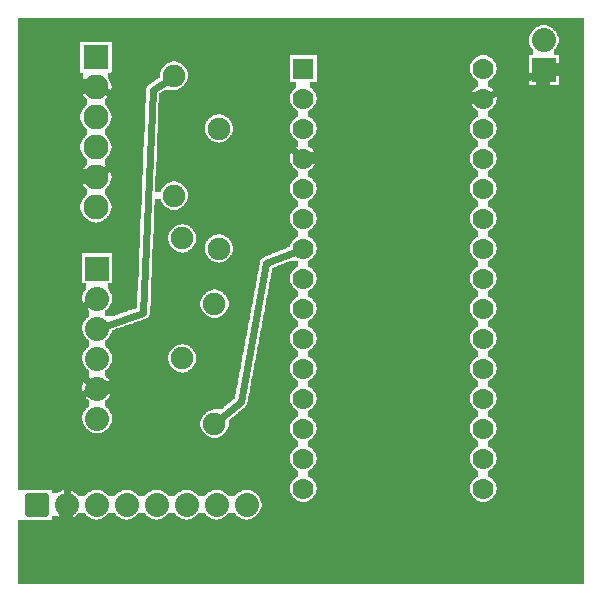
<source format=gbl>
G04 MADE WITH FRITZING*
G04 WWW.FRITZING.ORG*
G04 DOUBLE SIDED*
G04 HOLES PLATED*
G04 CONTOUR ON CENTER OF CONTOUR VECTOR*
%ASAXBY*%
%FSLAX23Y23*%
%MOIN*%
%OFA0B0*%
%SFA1.0B1.0*%
%ADD10C,0.075000*%
%ADD11C,0.070000*%
%ADD12C,0.083307*%
%ADD13C,0.080000*%
%ADD14R,0.069972X0.070000*%
%ADD15R,0.083307X0.083307*%
%ADD16R,0.080000X0.080000*%
%ADD17C,0.024000*%
%ADD18C,0.020000*%
%LNCOPPER0*%
G90*
G70*
G54D10*
X1663Y1834D03*
G54D11*
X991Y1759D03*
X991Y1659D03*
X991Y1559D03*
X991Y1459D03*
X991Y1359D03*
X991Y1259D03*
X991Y1159D03*
X991Y1059D03*
X991Y959D03*
X991Y859D03*
X991Y759D03*
X991Y659D03*
X991Y559D03*
X991Y459D03*
X991Y359D03*
X1591Y1759D03*
X1591Y1659D03*
X1591Y1559D03*
X1591Y1459D03*
X1591Y1359D03*
X1591Y1259D03*
X1591Y1159D03*
X1591Y1059D03*
X1591Y959D03*
X1591Y859D03*
X1591Y759D03*
X1591Y659D03*
X1591Y559D03*
X1591Y459D03*
X1591Y359D03*
G54D12*
X300Y1797D03*
X300Y1697D03*
X300Y1597D03*
X300Y1497D03*
X300Y1397D03*
X300Y1297D03*
G54D13*
X304Y1092D03*
X304Y992D03*
X304Y892D03*
X304Y792D03*
X304Y692D03*
X304Y592D03*
X102Y305D03*
X202Y305D03*
X302Y305D03*
X402Y305D03*
X502Y305D03*
X602Y305D03*
X702Y305D03*
X802Y305D03*
X1792Y1753D03*
X1792Y1853D03*
G54D10*
X560Y1735D03*
X560Y1335D03*
X695Y974D03*
X695Y575D03*
X587Y1193D03*
X587Y793D03*
X709Y1559D03*
X709Y1159D03*
G54D14*
X991Y1759D03*
G54D15*
X300Y1797D03*
G54D16*
X304Y1092D03*
X1792Y1753D03*
G54D17*
X1617Y1671D02*
X1764Y1740D01*
D02*
X783Y648D02*
X868Y1110D01*
D02*
X717Y593D02*
X783Y648D01*
D02*
X868Y1110D02*
X964Y1148D01*
D02*
X536Y1719D02*
X489Y1687D01*
D02*
X489Y1687D02*
X458Y945D01*
D02*
X458Y945D02*
X333Y902D01*
D02*
X330Y1685D02*
X372Y1669D01*
X372Y1669D02*
X372Y1453D01*
X372Y1453D02*
X326Y1417D01*
D02*
X280Y712D02*
X228Y757D01*
X228Y757D02*
X228Y949D01*
X228Y949D02*
X277Y977D01*
D02*
X204Y336D02*
X228Y661D01*
X228Y661D02*
X275Y680D01*
D02*
X969Y1478D02*
X588Y1813D01*
X588Y1813D02*
X492Y1813D01*
X492Y1813D02*
X372Y1453D01*
G36*
X40Y1929D02*
X40Y1903D01*
X1804Y1903D01*
X1804Y1901D01*
X1810Y1901D01*
X1810Y1899D01*
X1814Y1899D01*
X1814Y1897D01*
X1816Y1897D01*
X1816Y1895D01*
X1820Y1895D01*
X1820Y1893D01*
X1822Y1893D01*
X1822Y1891D01*
X1824Y1891D01*
X1824Y1889D01*
X1826Y1889D01*
X1826Y1887D01*
X1828Y1887D01*
X1828Y1885D01*
X1830Y1885D01*
X1830Y1883D01*
X1832Y1883D01*
X1832Y1881D01*
X1834Y1881D01*
X1834Y1877D01*
X1836Y1877D01*
X1836Y1873D01*
X1838Y1873D01*
X1838Y1869D01*
X1840Y1869D01*
X1840Y1865D01*
X1842Y1865D01*
X1842Y1843D01*
X1840Y1843D01*
X1840Y1837D01*
X1838Y1837D01*
X1838Y1833D01*
X1836Y1833D01*
X1836Y1831D01*
X1834Y1831D01*
X1834Y1827D01*
X1832Y1827D01*
X1832Y1825D01*
X1830Y1825D01*
X1830Y1823D01*
X1828Y1823D01*
X1828Y1803D01*
X1842Y1803D01*
X1842Y1703D01*
X1928Y1703D01*
X1928Y1929D01*
X40Y1929D01*
G37*
D02*
G36*
X40Y1903D02*
X40Y1849D01*
X352Y1849D01*
X352Y1805D01*
X1592Y1805D01*
X1592Y1803D01*
X1602Y1803D01*
X1602Y1801D01*
X1608Y1801D01*
X1608Y1799D01*
X1610Y1799D01*
X1610Y1797D01*
X1614Y1797D01*
X1614Y1795D01*
X1616Y1795D01*
X1616Y1793D01*
X1620Y1793D01*
X1620Y1791D01*
X1622Y1791D01*
X1622Y1789D01*
X1624Y1789D01*
X1624Y1785D01*
X1626Y1785D01*
X1626Y1783D01*
X1628Y1783D01*
X1628Y1781D01*
X1630Y1781D01*
X1630Y1777D01*
X1632Y1777D01*
X1632Y1773D01*
X1634Y1773D01*
X1634Y1765D01*
X1636Y1765D01*
X1636Y1753D01*
X1634Y1753D01*
X1634Y1745D01*
X1632Y1745D01*
X1632Y1741D01*
X1630Y1741D01*
X1630Y1737D01*
X1628Y1737D01*
X1628Y1735D01*
X1626Y1735D01*
X1626Y1733D01*
X1624Y1733D01*
X1624Y1729D01*
X1622Y1729D01*
X1622Y1727D01*
X1620Y1727D01*
X1620Y1725D01*
X1616Y1725D01*
X1616Y1723D01*
X1614Y1723D01*
X1614Y1721D01*
X1610Y1721D01*
X1610Y1719D01*
X1608Y1719D01*
X1608Y1703D01*
X1744Y1703D01*
X1744Y1705D01*
X1742Y1705D01*
X1742Y1803D01*
X1756Y1803D01*
X1756Y1823D01*
X1754Y1823D01*
X1754Y1825D01*
X1752Y1825D01*
X1752Y1829D01*
X1750Y1829D01*
X1750Y1831D01*
X1748Y1831D01*
X1748Y1835D01*
X1746Y1835D01*
X1746Y1839D01*
X1744Y1839D01*
X1744Y1847D01*
X1742Y1847D01*
X1742Y1861D01*
X1744Y1861D01*
X1744Y1867D01*
X1746Y1867D01*
X1746Y1873D01*
X1748Y1873D01*
X1748Y1875D01*
X1750Y1875D01*
X1750Y1879D01*
X1752Y1879D01*
X1752Y1883D01*
X1754Y1883D01*
X1754Y1885D01*
X1756Y1885D01*
X1756Y1887D01*
X1758Y1887D01*
X1758Y1889D01*
X1760Y1889D01*
X1760Y1891D01*
X1762Y1891D01*
X1762Y1893D01*
X1766Y1893D01*
X1766Y1895D01*
X1768Y1895D01*
X1768Y1897D01*
X1772Y1897D01*
X1772Y1899D01*
X1776Y1899D01*
X1776Y1901D01*
X1780Y1901D01*
X1780Y1903D01*
X40Y1903D01*
G37*
D02*
G36*
X40Y1849D02*
X40Y1245D01*
X296Y1245D01*
X296Y1247D01*
X286Y1247D01*
X286Y1249D01*
X282Y1249D01*
X282Y1251D01*
X278Y1251D01*
X278Y1253D01*
X274Y1253D01*
X274Y1255D01*
X272Y1255D01*
X272Y1257D01*
X268Y1257D01*
X268Y1259D01*
X266Y1259D01*
X266Y1261D01*
X264Y1261D01*
X264Y1263D01*
X262Y1263D01*
X262Y1265D01*
X260Y1265D01*
X260Y1269D01*
X258Y1269D01*
X258Y1271D01*
X256Y1271D01*
X256Y1275D01*
X254Y1275D01*
X254Y1277D01*
X252Y1277D01*
X252Y1281D01*
X250Y1281D01*
X250Y1289D01*
X248Y1289D01*
X248Y1307D01*
X250Y1307D01*
X250Y1313D01*
X252Y1313D01*
X252Y1317D01*
X254Y1317D01*
X254Y1321D01*
X256Y1321D01*
X256Y1325D01*
X258Y1325D01*
X258Y1327D01*
X260Y1327D01*
X260Y1329D01*
X262Y1329D01*
X262Y1331D01*
X264Y1331D01*
X264Y1333D01*
X266Y1333D01*
X266Y1335D01*
X268Y1335D01*
X268Y1337D01*
X270Y1337D01*
X270Y1357D01*
X268Y1357D01*
X268Y1359D01*
X266Y1359D01*
X266Y1361D01*
X264Y1361D01*
X264Y1363D01*
X262Y1363D01*
X262Y1365D01*
X260Y1365D01*
X260Y1369D01*
X258Y1369D01*
X258Y1371D01*
X256Y1371D01*
X256Y1375D01*
X254Y1375D01*
X254Y1377D01*
X252Y1377D01*
X252Y1381D01*
X250Y1381D01*
X250Y1389D01*
X248Y1389D01*
X248Y1407D01*
X250Y1407D01*
X250Y1413D01*
X252Y1413D01*
X252Y1417D01*
X254Y1417D01*
X254Y1421D01*
X256Y1421D01*
X256Y1425D01*
X258Y1425D01*
X258Y1427D01*
X260Y1427D01*
X260Y1429D01*
X262Y1429D01*
X262Y1431D01*
X264Y1431D01*
X264Y1433D01*
X266Y1433D01*
X266Y1435D01*
X268Y1435D01*
X268Y1437D01*
X270Y1437D01*
X270Y1457D01*
X268Y1457D01*
X268Y1459D01*
X266Y1459D01*
X266Y1461D01*
X264Y1461D01*
X264Y1463D01*
X262Y1463D01*
X262Y1465D01*
X260Y1465D01*
X260Y1469D01*
X258Y1469D01*
X258Y1471D01*
X256Y1471D01*
X256Y1475D01*
X254Y1475D01*
X254Y1477D01*
X252Y1477D01*
X252Y1481D01*
X250Y1481D01*
X250Y1489D01*
X248Y1489D01*
X248Y1507D01*
X250Y1507D01*
X250Y1513D01*
X252Y1513D01*
X252Y1517D01*
X254Y1517D01*
X254Y1521D01*
X256Y1521D01*
X256Y1525D01*
X258Y1525D01*
X258Y1527D01*
X260Y1527D01*
X260Y1529D01*
X262Y1529D01*
X262Y1531D01*
X264Y1531D01*
X264Y1533D01*
X266Y1533D01*
X266Y1535D01*
X268Y1535D01*
X268Y1537D01*
X270Y1537D01*
X270Y1557D01*
X268Y1557D01*
X268Y1559D01*
X266Y1559D01*
X266Y1561D01*
X264Y1561D01*
X264Y1563D01*
X262Y1563D01*
X262Y1565D01*
X260Y1565D01*
X260Y1569D01*
X258Y1569D01*
X258Y1571D01*
X256Y1571D01*
X256Y1575D01*
X254Y1575D01*
X254Y1577D01*
X252Y1577D01*
X252Y1581D01*
X250Y1581D01*
X250Y1589D01*
X248Y1589D01*
X248Y1607D01*
X250Y1607D01*
X250Y1613D01*
X252Y1613D01*
X252Y1617D01*
X254Y1617D01*
X254Y1621D01*
X256Y1621D01*
X256Y1625D01*
X258Y1625D01*
X258Y1627D01*
X260Y1627D01*
X260Y1629D01*
X262Y1629D01*
X262Y1631D01*
X264Y1631D01*
X264Y1633D01*
X266Y1633D01*
X266Y1635D01*
X268Y1635D01*
X268Y1637D01*
X270Y1637D01*
X270Y1657D01*
X268Y1657D01*
X268Y1659D01*
X266Y1659D01*
X266Y1661D01*
X264Y1661D01*
X264Y1663D01*
X262Y1663D01*
X262Y1665D01*
X260Y1665D01*
X260Y1669D01*
X258Y1669D01*
X258Y1671D01*
X256Y1671D01*
X256Y1675D01*
X254Y1675D01*
X254Y1677D01*
X252Y1677D01*
X252Y1681D01*
X250Y1681D01*
X250Y1689D01*
X248Y1689D01*
X248Y1707D01*
X250Y1707D01*
X250Y1713D01*
X252Y1713D01*
X252Y1717D01*
X254Y1717D01*
X254Y1721D01*
X256Y1721D01*
X256Y1725D01*
X258Y1725D01*
X258Y1745D01*
X248Y1745D01*
X248Y1849D01*
X40Y1849D01*
G37*
D02*
G36*
X352Y1805D02*
X352Y1783D01*
X568Y1783D01*
X568Y1781D01*
X574Y1781D01*
X574Y1779D01*
X578Y1779D01*
X578Y1777D01*
X582Y1777D01*
X582Y1775D01*
X586Y1775D01*
X586Y1773D01*
X588Y1773D01*
X588Y1771D01*
X590Y1771D01*
X590Y1769D01*
X592Y1769D01*
X592Y1767D01*
X594Y1767D01*
X594Y1765D01*
X596Y1765D01*
X596Y1763D01*
X598Y1763D01*
X598Y1761D01*
X600Y1761D01*
X600Y1757D01*
X602Y1757D01*
X602Y1753D01*
X604Y1753D01*
X604Y1747D01*
X606Y1747D01*
X606Y1741D01*
X608Y1741D01*
X608Y1731D01*
X606Y1731D01*
X606Y1723D01*
X604Y1723D01*
X604Y1717D01*
X602Y1717D01*
X602Y1715D01*
X600Y1715D01*
X600Y1711D01*
X598Y1711D01*
X598Y1709D01*
X596Y1709D01*
X596Y1707D01*
X594Y1707D01*
X594Y1703D01*
X592Y1703D01*
X592Y1701D01*
X588Y1701D01*
X588Y1699D01*
X586Y1699D01*
X586Y1697D01*
X584Y1697D01*
X584Y1695D01*
X580Y1695D01*
X580Y1693D01*
X576Y1693D01*
X576Y1691D01*
X572Y1691D01*
X572Y1689D01*
X528Y1689D01*
X528Y1687D01*
X526Y1687D01*
X526Y1685D01*
X522Y1685D01*
X522Y1683D01*
X520Y1683D01*
X520Y1681D01*
X516Y1681D01*
X516Y1679D01*
X514Y1679D01*
X514Y1677D01*
X510Y1677D01*
X510Y1643D01*
X508Y1643D01*
X508Y1607D01*
X716Y1607D01*
X716Y1605D01*
X722Y1605D01*
X722Y1603D01*
X728Y1603D01*
X728Y1601D01*
X730Y1601D01*
X730Y1599D01*
X734Y1599D01*
X734Y1597D01*
X736Y1597D01*
X736Y1595D01*
X738Y1595D01*
X738Y1593D01*
X742Y1593D01*
X742Y1591D01*
X744Y1591D01*
X744Y1587D01*
X746Y1587D01*
X746Y1585D01*
X748Y1585D01*
X748Y1583D01*
X750Y1583D01*
X750Y1579D01*
X752Y1579D01*
X752Y1575D01*
X754Y1575D01*
X754Y1569D01*
X756Y1569D01*
X756Y1549D01*
X754Y1549D01*
X754Y1543D01*
X752Y1543D01*
X752Y1539D01*
X750Y1539D01*
X750Y1537D01*
X748Y1537D01*
X748Y1533D01*
X746Y1533D01*
X746Y1531D01*
X744Y1531D01*
X744Y1529D01*
X742Y1529D01*
X742Y1527D01*
X740Y1527D01*
X740Y1525D01*
X738Y1525D01*
X738Y1523D01*
X736Y1523D01*
X736Y1521D01*
X734Y1521D01*
X734Y1519D01*
X730Y1519D01*
X730Y1517D01*
X726Y1517D01*
X726Y1515D01*
X720Y1515D01*
X720Y1513D01*
X712Y1513D01*
X712Y1511D01*
X974Y1511D01*
X974Y1519D01*
X970Y1519D01*
X970Y1521D01*
X968Y1521D01*
X968Y1523D01*
X964Y1523D01*
X964Y1525D01*
X962Y1525D01*
X962Y1527D01*
X960Y1527D01*
X960Y1529D01*
X958Y1529D01*
X958Y1531D01*
X956Y1531D01*
X956Y1533D01*
X954Y1533D01*
X954Y1537D01*
X952Y1537D01*
X952Y1541D01*
X950Y1541D01*
X950Y1545D01*
X948Y1545D01*
X948Y1549D01*
X946Y1549D01*
X946Y1569D01*
X948Y1569D01*
X948Y1573D01*
X950Y1573D01*
X950Y1577D01*
X952Y1577D01*
X952Y1581D01*
X954Y1581D01*
X954Y1585D01*
X956Y1585D01*
X956Y1587D01*
X958Y1587D01*
X958Y1589D01*
X960Y1589D01*
X960Y1591D01*
X962Y1591D01*
X962Y1593D01*
X964Y1593D01*
X964Y1595D01*
X968Y1595D01*
X968Y1597D01*
X970Y1597D01*
X970Y1599D01*
X974Y1599D01*
X974Y1619D01*
X970Y1619D01*
X970Y1621D01*
X968Y1621D01*
X968Y1623D01*
X964Y1623D01*
X964Y1625D01*
X962Y1625D01*
X962Y1627D01*
X960Y1627D01*
X960Y1629D01*
X958Y1629D01*
X958Y1631D01*
X956Y1631D01*
X956Y1633D01*
X954Y1633D01*
X954Y1637D01*
X952Y1637D01*
X952Y1641D01*
X950Y1641D01*
X950Y1645D01*
X948Y1645D01*
X948Y1649D01*
X946Y1649D01*
X946Y1669D01*
X948Y1669D01*
X948Y1673D01*
X950Y1673D01*
X950Y1677D01*
X952Y1677D01*
X952Y1681D01*
X954Y1681D01*
X954Y1685D01*
X956Y1685D01*
X956Y1687D01*
X958Y1687D01*
X958Y1689D01*
X960Y1689D01*
X960Y1691D01*
X962Y1691D01*
X962Y1693D01*
X964Y1693D01*
X964Y1695D01*
X968Y1695D01*
X968Y1715D01*
X946Y1715D01*
X946Y1805D01*
X352Y1805D01*
G37*
D02*
G36*
X1034Y1805D02*
X1034Y1803D01*
X1036Y1803D01*
X1036Y1715D01*
X1014Y1715D01*
X1014Y1695D01*
X1016Y1695D01*
X1016Y1693D01*
X1020Y1693D01*
X1020Y1691D01*
X1022Y1691D01*
X1022Y1689D01*
X1024Y1689D01*
X1024Y1685D01*
X1026Y1685D01*
X1026Y1683D01*
X1028Y1683D01*
X1028Y1681D01*
X1030Y1681D01*
X1030Y1677D01*
X1032Y1677D01*
X1032Y1673D01*
X1034Y1673D01*
X1034Y1665D01*
X1036Y1665D01*
X1036Y1653D01*
X1034Y1653D01*
X1034Y1645D01*
X1032Y1645D01*
X1032Y1641D01*
X1030Y1641D01*
X1030Y1637D01*
X1028Y1637D01*
X1028Y1635D01*
X1026Y1635D01*
X1026Y1633D01*
X1024Y1633D01*
X1024Y1629D01*
X1022Y1629D01*
X1022Y1627D01*
X1020Y1627D01*
X1020Y1625D01*
X1016Y1625D01*
X1016Y1623D01*
X1014Y1623D01*
X1014Y1621D01*
X1010Y1621D01*
X1010Y1619D01*
X1008Y1619D01*
X1008Y1599D01*
X1010Y1599D01*
X1010Y1597D01*
X1014Y1597D01*
X1014Y1595D01*
X1016Y1595D01*
X1016Y1593D01*
X1020Y1593D01*
X1020Y1591D01*
X1022Y1591D01*
X1022Y1589D01*
X1024Y1589D01*
X1024Y1585D01*
X1026Y1585D01*
X1026Y1583D01*
X1028Y1583D01*
X1028Y1581D01*
X1030Y1581D01*
X1030Y1577D01*
X1032Y1577D01*
X1032Y1573D01*
X1034Y1573D01*
X1034Y1565D01*
X1036Y1565D01*
X1036Y1553D01*
X1034Y1553D01*
X1034Y1545D01*
X1032Y1545D01*
X1032Y1541D01*
X1030Y1541D01*
X1030Y1537D01*
X1028Y1537D01*
X1028Y1535D01*
X1026Y1535D01*
X1026Y1533D01*
X1024Y1533D01*
X1024Y1529D01*
X1022Y1529D01*
X1022Y1527D01*
X1020Y1527D01*
X1020Y1525D01*
X1016Y1525D01*
X1016Y1523D01*
X1014Y1523D01*
X1014Y1521D01*
X1010Y1521D01*
X1010Y1519D01*
X1008Y1519D01*
X1008Y1499D01*
X1010Y1499D01*
X1010Y1497D01*
X1014Y1497D01*
X1014Y1495D01*
X1016Y1495D01*
X1016Y1493D01*
X1020Y1493D01*
X1020Y1491D01*
X1022Y1491D01*
X1022Y1489D01*
X1024Y1489D01*
X1024Y1485D01*
X1026Y1485D01*
X1026Y1483D01*
X1028Y1483D01*
X1028Y1481D01*
X1030Y1481D01*
X1030Y1477D01*
X1032Y1477D01*
X1032Y1473D01*
X1034Y1473D01*
X1034Y1465D01*
X1036Y1465D01*
X1036Y1453D01*
X1034Y1453D01*
X1034Y1445D01*
X1032Y1445D01*
X1032Y1441D01*
X1030Y1441D01*
X1030Y1437D01*
X1028Y1437D01*
X1028Y1435D01*
X1026Y1435D01*
X1026Y1433D01*
X1024Y1433D01*
X1024Y1429D01*
X1022Y1429D01*
X1022Y1427D01*
X1020Y1427D01*
X1020Y1425D01*
X1016Y1425D01*
X1016Y1423D01*
X1014Y1423D01*
X1014Y1421D01*
X1010Y1421D01*
X1010Y1419D01*
X1008Y1419D01*
X1008Y1399D01*
X1010Y1399D01*
X1010Y1397D01*
X1014Y1397D01*
X1014Y1395D01*
X1016Y1395D01*
X1016Y1393D01*
X1020Y1393D01*
X1020Y1391D01*
X1022Y1391D01*
X1022Y1389D01*
X1024Y1389D01*
X1024Y1385D01*
X1026Y1385D01*
X1026Y1383D01*
X1028Y1383D01*
X1028Y1381D01*
X1030Y1381D01*
X1030Y1377D01*
X1032Y1377D01*
X1032Y1373D01*
X1034Y1373D01*
X1034Y1365D01*
X1036Y1365D01*
X1036Y1353D01*
X1034Y1353D01*
X1034Y1345D01*
X1032Y1345D01*
X1032Y1341D01*
X1030Y1341D01*
X1030Y1337D01*
X1028Y1337D01*
X1028Y1335D01*
X1026Y1335D01*
X1026Y1333D01*
X1024Y1333D01*
X1024Y1329D01*
X1022Y1329D01*
X1022Y1327D01*
X1020Y1327D01*
X1020Y1325D01*
X1016Y1325D01*
X1016Y1323D01*
X1014Y1323D01*
X1014Y1321D01*
X1010Y1321D01*
X1010Y1319D01*
X1008Y1319D01*
X1008Y1299D01*
X1010Y1299D01*
X1010Y1297D01*
X1014Y1297D01*
X1014Y1295D01*
X1016Y1295D01*
X1016Y1293D01*
X1020Y1293D01*
X1020Y1291D01*
X1022Y1291D01*
X1022Y1289D01*
X1024Y1289D01*
X1024Y1285D01*
X1026Y1285D01*
X1026Y1283D01*
X1028Y1283D01*
X1028Y1281D01*
X1030Y1281D01*
X1030Y1277D01*
X1032Y1277D01*
X1032Y1273D01*
X1034Y1273D01*
X1034Y1265D01*
X1036Y1265D01*
X1036Y1253D01*
X1034Y1253D01*
X1034Y1245D01*
X1032Y1245D01*
X1032Y1241D01*
X1030Y1241D01*
X1030Y1237D01*
X1028Y1237D01*
X1028Y1235D01*
X1026Y1235D01*
X1026Y1233D01*
X1024Y1233D01*
X1024Y1229D01*
X1022Y1229D01*
X1022Y1227D01*
X1020Y1227D01*
X1020Y1225D01*
X1016Y1225D01*
X1016Y1223D01*
X1014Y1223D01*
X1014Y1221D01*
X1010Y1221D01*
X1010Y1219D01*
X1008Y1219D01*
X1008Y1199D01*
X1010Y1199D01*
X1010Y1197D01*
X1014Y1197D01*
X1014Y1195D01*
X1016Y1195D01*
X1016Y1193D01*
X1020Y1193D01*
X1020Y1191D01*
X1022Y1191D01*
X1022Y1189D01*
X1024Y1189D01*
X1024Y1185D01*
X1026Y1185D01*
X1026Y1183D01*
X1028Y1183D01*
X1028Y1181D01*
X1030Y1181D01*
X1030Y1177D01*
X1032Y1177D01*
X1032Y1173D01*
X1034Y1173D01*
X1034Y1165D01*
X1036Y1165D01*
X1036Y1153D01*
X1034Y1153D01*
X1034Y1145D01*
X1032Y1145D01*
X1032Y1141D01*
X1030Y1141D01*
X1030Y1137D01*
X1028Y1137D01*
X1028Y1135D01*
X1026Y1135D01*
X1026Y1133D01*
X1024Y1133D01*
X1024Y1129D01*
X1022Y1129D01*
X1022Y1127D01*
X1020Y1127D01*
X1020Y1125D01*
X1016Y1125D01*
X1016Y1123D01*
X1014Y1123D01*
X1014Y1121D01*
X1010Y1121D01*
X1010Y1119D01*
X1008Y1119D01*
X1008Y1099D01*
X1010Y1099D01*
X1010Y1097D01*
X1014Y1097D01*
X1014Y1095D01*
X1016Y1095D01*
X1016Y1093D01*
X1020Y1093D01*
X1020Y1091D01*
X1022Y1091D01*
X1022Y1089D01*
X1024Y1089D01*
X1024Y1085D01*
X1026Y1085D01*
X1026Y1083D01*
X1028Y1083D01*
X1028Y1081D01*
X1030Y1081D01*
X1030Y1077D01*
X1032Y1077D01*
X1032Y1073D01*
X1034Y1073D01*
X1034Y1065D01*
X1036Y1065D01*
X1036Y1053D01*
X1034Y1053D01*
X1034Y1045D01*
X1032Y1045D01*
X1032Y1041D01*
X1030Y1041D01*
X1030Y1037D01*
X1028Y1037D01*
X1028Y1035D01*
X1026Y1035D01*
X1026Y1033D01*
X1024Y1033D01*
X1024Y1029D01*
X1022Y1029D01*
X1022Y1027D01*
X1020Y1027D01*
X1020Y1025D01*
X1016Y1025D01*
X1016Y1023D01*
X1014Y1023D01*
X1014Y1021D01*
X1010Y1021D01*
X1010Y1019D01*
X1008Y1019D01*
X1008Y999D01*
X1010Y999D01*
X1010Y997D01*
X1014Y997D01*
X1014Y995D01*
X1016Y995D01*
X1016Y993D01*
X1020Y993D01*
X1020Y991D01*
X1022Y991D01*
X1022Y989D01*
X1024Y989D01*
X1024Y985D01*
X1026Y985D01*
X1026Y983D01*
X1028Y983D01*
X1028Y981D01*
X1030Y981D01*
X1030Y977D01*
X1032Y977D01*
X1032Y973D01*
X1034Y973D01*
X1034Y965D01*
X1036Y965D01*
X1036Y953D01*
X1034Y953D01*
X1034Y945D01*
X1032Y945D01*
X1032Y941D01*
X1030Y941D01*
X1030Y937D01*
X1028Y937D01*
X1028Y935D01*
X1026Y935D01*
X1026Y933D01*
X1024Y933D01*
X1024Y929D01*
X1022Y929D01*
X1022Y927D01*
X1020Y927D01*
X1020Y925D01*
X1016Y925D01*
X1016Y923D01*
X1014Y923D01*
X1014Y921D01*
X1010Y921D01*
X1010Y919D01*
X1008Y919D01*
X1008Y899D01*
X1010Y899D01*
X1010Y897D01*
X1014Y897D01*
X1014Y895D01*
X1016Y895D01*
X1016Y893D01*
X1020Y893D01*
X1020Y891D01*
X1022Y891D01*
X1022Y889D01*
X1024Y889D01*
X1024Y885D01*
X1026Y885D01*
X1026Y883D01*
X1028Y883D01*
X1028Y881D01*
X1030Y881D01*
X1030Y877D01*
X1032Y877D01*
X1032Y873D01*
X1034Y873D01*
X1034Y865D01*
X1036Y865D01*
X1036Y853D01*
X1034Y853D01*
X1034Y845D01*
X1032Y845D01*
X1032Y841D01*
X1030Y841D01*
X1030Y837D01*
X1028Y837D01*
X1028Y835D01*
X1026Y835D01*
X1026Y833D01*
X1024Y833D01*
X1024Y829D01*
X1022Y829D01*
X1022Y827D01*
X1020Y827D01*
X1020Y825D01*
X1016Y825D01*
X1016Y823D01*
X1014Y823D01*
X1014Y821D01*
X1010Y821D01*
X1010Y819D01*
X1008Y819D01*
X1008Y799D01*
X1010Y799D01*
X1010Y797D01*
X1014Y797D01*
X1014Y795D01*
X1016Y795D01*
X1016Y793D01*
X1020Y793D01*
X1020Y791D01*
X1022Y791D01*
X1022Y789D01*
X1024Y789D01*
X1024Y785D01*
X1026Y785D01*
X1026Y783D01*
X1028Y783D01*
X1028Y781D01*
X1030Y781D01*
X1030Y777D01*
X1032Y777D01*
X1032Y773D01*
X1034Y773D01*
X1034Y765D01*
X1036Y765D01*
X1036Y753D01*
X1034Y753D01*
X1034Y745D01*
X1032Y745D01*
X1032Y741D01*
X1030Y741D01*
X1030Y737D01*
X1028Y737D01*
X1028Y735D01*
X1026Y735D01*
X1026Y733D01*
X1024Y733D01*
X1024Y729D01*
X1022Y729D01*
X1022Y727D01*
X1020Y727D01*
X1020Y725D01*
X1016Y725D01*
X1016Y723D01*
X1014Y723D01*
X1014Y721D01*
X1010Y721D01*
X1010Y719D01*
X1008Y719D01*
X1008Y699D01*
X1010Y699D01*
X1010Y697D01*
X1014Y697D01*
X1014Y695D01*
X1016Y695D01*
X1016Y693D01*
X1020Y693D01*
X1020Y691D01*
X1022Y691D01*
X1022Y689D01*
X1024Y689D01*
X1024Y685D01*
X1026Y685D01*
X1026Y683D01*
X1028Y683D01*
X1028Y681D01*
X1030Y681D01*
X1030Y677D01*
X1032Y677D01*
X1032Y673D01*
X1034Y673D01*
X1034Y665D01*
X1036Y665D01*
X1036Y653D01*
X1034Y653D01*
X1034Y645D01*
X1032Y645D01*
X1032Y641D01*
X1030Y641D01*
X1030Y637D01*
X1028Y637D01*
X1028Y635D01*
X1026Y635D01*
X1026Y633D01*
X1024Y633D01*
X1024Y629D01*
X1022Y629D01*
X1022Y627D01*
X1020Y627D01*
X1020Y625D01*
X1016Y625D01*
X1016Y623D01*
X1014Y623D01*
X1014Y621D01*
X1010Y621D01*
X1010Y619D01*
X1008Y619D01*
X1008Y599D01*
X1010Y599D01*
X1010Y597D01*
X1014Y597D01*
X1014Y595D01*
X1016Y595D01*
X1016Y593D01*
X1020Y593D01*
X1020Y591D01*
X1022Y591D01*
X1022Y589D01*
X1024Y589D01*
X1024Y585D01*
X1026Y585D01*
X1026Y583D01*
X1028Y583D01*
X1028Y581D01*
X1030Y581D01*
X1030Y577D01*
X1032Y577D01*
X1032Y573D01*
X1034Y573D01*
X1034Y565D01*
X1036Y565D01*
X1036Y553D01*
X1034Y553D01*
X1034Y545D01*
X1032Y545D01*
X1032Y541D01*
X1030Y541D01*
X1030Y537D01*
X1028Y537D01*
X1028Y535D01*
X1026Y535D01*
X1026Y533D01*
X1024Y533D01*
X1024Y529D01*
X1022Y529D01*
X1022Y527D01*
X1020Y527D01*
X1020Y525D01*
X1016Y525D01*
X1016Y523D01*
X1014Y523D01*
X1014Y521D01*
X1010Y521D01*
X1010Y519D01*
X1008Y519D01*
X1008Y499D01*
X1010Y499D01*
X1010Y497D01*
X1014Y497D01*
X1014Y495D01*
X1016Y495D01*
X1016Y493D01*
X1020Y493D01*
X1020Y491D01*
X1022Y491D01*
X1022Y489D01*
X1024Y489D01*
X1024Y485D01*
X1026Y485D01*
X1026Y483D01*
X1028Y483D01*
X1028Y481D01*
X1030Y481D01*
X1030Y477D01*
X1032Y477D01*
X1032Y473D01*
X1034Y473D01*
X1034Y465D01*
X1036Y465D01*
X1036Y453D01*
X1034Y453D01*
X1034Y445D01*
X1032Y445D01*
X1032Y441D01*
X1030Y441D01*
X1030Y437D01*
X1028Y437D01*
X1028Y435D01*
X1026Y435D01*
X1026Y433D01*
X1024Y433D01*
X1024Y429D01*
X1022Y429D01*
X1022Y427D01*
X1020Y427D01*
X1020Y425D01*
X1016Y425D01*
X1016Y423D01*
X1014Y423D01*
X1014Y421D01*
X1010Y421D01*
X1010Y419D01*
X1008Y419D01*
X1008Y399D01*
X1010Y399D01*
X1010Y397D01*
X1014Y397D01*
X1014Y395D01*
X1016Y395D01*
X1016Y393D01*
X1020Y393D01*
X1020Y391D01*
X1022Y391D01*
X1022Y389D01*
X1024Y389D01*
X1024Y385D01*
X1026Y385D01*
X1026Y383D01*
X1028Y383D01*
X1028Y381D01*
X1030Y381D01*
X1030Y377D01*
X1032Y377D01*
X1032Y373D01*
X1034Y373D01*
X1034Y365D01*
X1036Y365D01*
X1036Y353D01*
X1034Y353D01*
X1034Y345D01*
X1032Y345D01*
X1032Y341D01*
X1030Y341D01*
X1030Y337D01*
X1028Y337D01*
X1028Y335D01*
X1026Y335D01*
X1026Y333D01*
X1024Y333D01*
X1024Y329D01*
X1022Y329D01*
X1022Y327D01*
X1020Y327D01*
X1020Y325D01*
X1016Y325D01*
X1016Y323D01*
X1014Y323D01*
X1014Y321D01*
X1010Y321D01*
X1010Y319D01*
X1008Y319D01*
X1008Y317D01*
X1002Y317D01*
X1002Y315D01*
X1580Y315D01*
X1580Y317D01*
X1574Y317D01*
X1574Y319D01*
X1570Y319D01*
X1570Y321D01*
X1568Y321D01*
X1568Y323D01*
X1564Y323D01*
X1564Y325D01*
X1562Y325D01*
X1562Y327D01*
X1560Y327D01*
X1560Y329D01*
X1558Y329D01*
X1558Y331D01*
X1556Y331D01*
X1556Y333D01*
X1554Y333D01*
X1554Y337D01*
X1552Y337D01*
X1552Y341D01*
X1550Y341D01*
X1550Y345D01*
X1548Y345D01*
X1548Y349D01*
X1546Y349D01*
X1546Y369D01*
X1548Y369D01*
X1548Y373D01*
X1550Y373D01*
X1550Y377D01*
X1552Y377D01*
X1552Y381D01*
X1554Y381D01*
X1554Y385D01*
X1556Y385D01*
X1556Y387D01*
X1558Y387D01*
X1558Y389D01*
X1560Y389D01*
X1560Y391D01*
X1562Y391D01*
X1562Y393D01*
X1564Y393D01*
X1564Y395D01*
X1568Y395D01*
X1568Y397D01*
X1570Y397D01*
X1570Y399D01*
X1574Y399D01*
X1574Y419D01*
X1570Y419D01*
X1570Y421D01*
X1568Y421D01*
X1568Y423D01*
X1564Y423D01*
X1564Y425D01*
X1562Y425D01*
X1562Y427D01*
X1560Y427D01*
X1560Y429D01*
X1558Y429D01*
X1558Y431D01*
X1556Y431D01*
X1556Y433D01*
X1554Y433D01*
X1554Y437D01*
X1552Y437D01*
X1552Y441D01*
X1550Y441D01*
X1550Y445D01*
X1548Y445D01*
X1548Y449D01*
X1546Y449D01*
X1546Y469D01*
X1548Y469D01*
X1548Y473D01*
X1550Y473D01*
X1550Y477D01*
X1552Y477D01*
X1552Y481D01*
X1554Y481D01*
X1554Y485D01*
X1556Y485D01*
X1556Y487D01*
X1558Y487D01*
X1558Y489D01*
X1560Y489D01*
X1560Y491D01*
X1562Y491D01*
X1562Y493D01*
X1564Y493D01*
X1564Y495D01*
X1568Y495D01*
X1568Y497D01*
X1570Y497D01*
X1570Y499D01*
X1574Y499D01*
X1574Y519D01*
X1570Y519D01*
X1570Y521D01*
X1568Y521D01*
X1568Y523D01*
X1564Y523D01*
X1564Y525D01*
X1562Y525D01*
X1562Y527D01*
X1560Y527D01*
X1560Y529D01*
X1558Y529D01*
X1558Y531D01*
X1556Y531D01*
X1556Y533D01*
X1554Y533D01*
X1554Y537D01*
X1552Y537D01*
X1552Y541D01*
X1550Y541D01*
X1550Y545D01*
X1548Y545D01*
X1548Y549D01*
X1546Y549D01*
X1546Y569D01*
X1548Y569D01*
X1548Y573D01*
X1550Y573D01*
X1550Y577D01*
X1552Y577D01*
X1552Y581D01*
X1554Y581D01*
X1554Y585D01*
X1556Y585D01*
X1556Y587D01*
X1558Y587D01*
X1558Y589D01*
X1560Y589D01*
X1560Y591D01*
X1562Y591D01*
X1562Y593D01*
X1564Y593D01*
X1564Y595D01*
X1568Y595D01*
X1568Y597D01*
X1570Y597D01*
X1570Y599D01*
X1574Y599D01*
X1574Y619D01*
X1570Y619D01*
X1570Y621D01*
X1568Y621D01*
X1568Y623D01*
X1564Y623D01*
X1564Y625D01*
X1562Y625D01*
X1562Y627D01*
X1560Y627D01*
X1560Y629D01*
X1558Y629D01*
X1558Y631D01*
X1556Y631D01*
X1556Y633D01*
X1554Y633D01*
X1554Y637D01*
X1552Y637D01*
X1552Y641D01*
X1550Y641D01*
X1550Y645D01*
X1548Y645D01*
X1548Y649D01*
X1546Y649D01*
X1546Y669D01*
X1548Y669D01*
X1548Y673D01*
X1550Y673D01*
X1550Y677D01*
X1552Y677D01*
X1552Y681D01*
X1554Y681D01*
X1554Y685D01*
X1556Y685D01*
X1556Y687D01*
X1558Y687D01*
X1558Y689D01*
X1560Y689D01*
X1560Y691D01*
X1562Y691D01*
X1562Y693D01*
X1564Y693D01*
X1564Y695D01*
X1568Y695D01*
X1568Y697D01*
X1570Y697D01*
X1570Y699D01*
X1574Y699D01*
X1574Y719D01*
X1570Y719D01*
X1570Y721D01*
X1568Y721D01*
X1568Y723D01*
X1564Y723D01*
X1564Y725D01*
X1562Y725D01*
X1562Y727D01*
X1560Y727D01*
X1560Y729D01*
X1558Y729D01*
X1558Y731D01*
X1556Y731D01*
X1556Y733D01*
X1554Y733D01*
X1554Y737D01*
X1552Y737D01*
X1552Y741D01*
X1550Y741D01*
X1550Y745D01*
X1548Y745D01*
X1548Y749D01*
X1546Y749D01*
X1546Y769D01*
X1548Y769D01*
X1548Y773D01*
X1550Y773D01*
X1550Y777D01*
X1552Y777D01*
X1552Y781D01*
X1554Y781D01*
X1554Y785D01*
X1556Y785D01*
X1556Y787D01*
X1558Y787D01*
X1558Y789D01*
X1560Y789D01*
X1560Y791D01*
X1562Y791D01*
X1562Y793D01*
X1564Y793D01*
X1564Y795D01*
X1568Y795D01*
X1568Y797D01*
X1570Y797D01*
X1570Y799D01*
X1574Y799D01*
X1574Y819D01*
X1570Y819D01*
X1570Y821D01*
X1568Y821D01*
X1568Y823D01*
X1564Y823D01*
X1564Y825D01*
X1562Y825D01*
X1562Y827D01*
X1560Y827D01*
X1560Y829D01*
X1558Y829D01*
X1558Y831D01*
X1556Y831D01*
X1556Y833D01*
X1554Y833D01*
X1554Y837D01*
X1552Y837D01*
X1552Y841D01*
X1550Y841D01*
X1550Y845D01*
X1548Y845D01*
X1548Y849D01*
X1546Y849D01*
X1546Y869D01*
X1548Y869D01*
X1548Y873D01*
X1550Y873D01*
X1550Y877D01*
X1552Y877D01*
X1552Y881D01*
X1554Y881D01*
X1554Y885D01*
X1556Y885D01*
X1556Y887D01*
X1558Y887D01*
X1558Y889D01*
X1560Y889D01*
X1560Y891D01*
X1562Y891D01*
X1562Y893D01*
X1564Y893D01*
X1564Y895D01*
X1568Y895D01*
X1568Y897D01*
X1570Y897D01*
X1570Y899D01*
X1574Y899D01*
X1574Y919D01*
X1570Y919D01*
X1570Y921D01*
X1568Y921D01*
X1568Y923D01*
X1564Y923D01*
X1564Y925D01*
X1562Y925D01*
X1562Y927D01*
X1560Y927D01*
X1560Y929D01*
X1558Y929D01*
X1558Y931D01*
X1556Y931D01*
X1556Y933D01*
X1554Y933D01*
X1554Y937D01*
X1552Y937D01*
X1552Y941D01*
X1550Y941D01*
X1550Y945D01*
X1548Y945D01*
X1548Y949D01*
X1546Y949D01*
X1546Y969D01*
X1548Y969D01*
X1548Y973D01*
X1550Y973D01*
X1550Y977D01*
X1552Y977D01*
X1552Y981D01*
X1554Y981D01*
X1554Y985D01*
X1556Y985D01*
X1556Y987D01*
X1558Y987D01*
X1558Y989D01*
X1560Y989D01*
X1560Y991D01*
X1562Y991D01*
X1562Y993D01*
X1564Y993D01*
X1564Y995D01*
X1568Y995D01*
X1568Y997D01*
X1570Y997D01*
X1570Y999D01*
X1574Y999D01*
X1574Y1019D01*
X1570Y1019D01*
X1570Y1021D01*
X1568Y1021D01*
X1568Y1023D01*
X1564Y1023D01*
X1564Y1025D01*
X1562Y1025D01*
X1562Y1027D01*
X1560Y1027D01*
X1560Y1029D01*
X1558Y1029D01*
X1558Y1031D01*
X1556Y1031D01*
X1556Y1033D01*
X1554Y1033D01*
X1554Y1037D01*
X1552Y1037D01*
X1552Y1041D01*
X1550Y1041D01*
X1550Y1045D01*
X1548Y1045D01*
X1548Y1049D01*
X1546Y1049D01*
X1546Y1069D01*
X1548Y1069D01*
X1548Y1073D01*
X1550Y1073D01*
X1550Y1077D01*
X1552Y1077D01*
X1552Y1081D01*
X1554Y1081D01*
X1554Y1085D01*
X1556Y1085D01*
X1556Y1087D01*
X1558Y1087D01*
X1558Y1089D01*
X1560Y1089D01*
X1560Y1091D01*
X1562Y1091D01*
X1562Y1093D01*
X1564Y1093D01*
X1564Y1095D01*
X1568Y1095D01*
X1568Y1097D01*
X1570Y1097D01*
X1570Y1099D01*
X1574Y1099D01*
X1574Y1119D01*
X1570Y1119D01*
X1570Y1121D01*
X1568Y1121D01*
X1568Y1123D01*
X1564Y1123D01*
X1564Y1125D01*
X1562Y1125D01*
X1562Y1127D01*
X1560Y1127D01*
X1560Y1129D01*
X1558Y1129D01*
X1558Y1131D01*
X1556Y1131D01*
X1556Y1133D01*
X1554Y1133D01*
X1554Y1137D01*
X1552Y1137D01*
X1552Y1141D01*
X1550Y1141D01*
X1550Y1145D01*
X1548Y1145D01*
X1548Y1149D01*
X1546Y1149D01*
X1546Y1169D01*
X1548Y1169D01*
X1548Y1173D01*
X1550Y1173D01*
X1550Y1177D01*
X1552Y1177D01*
X1552Y1181D01*
X1554Y1181D01*
X1554Y1185D01*
X1556Y1185D01*
X1556Y1187D01*
X1558Y1187D01*
X1558Y1189D01*
X1560Y1189D01*
X1560Y1191D01*
X1562Y1191D01*
X1562Y1193D01*
X1564Y1193D01*
X1564Y1195D01*
X1568Y1195D01*
X1568Y1197D01*
X1570Y1197D01*
X1570Y1199D01*
X1574Y1199D01*
X1574Y1219D01*
X1570Y1219D01*
X1570Y1221D01*
X1568Y1221D01*
X1568Y1223D01*
X1564Y1223D01*
X1564Y1225D01*
X1562Y1225D01*
X1562Y1227D01*
X1560Y1227D01*
X1560Y1229D01*
X1558Y1229D01*
X1558Y1231D01*
X1556Y1231D01*
X1556Y1233D01*
X1554Y1233D01*
X1554Y1237D01*
X1552Y1237D01*
X1552Y1241D01*
X1550Y1241D01*
X1550Y1245D01*
X1548Y1245D01*
X1548Y1249D01*
X1546Y1249D01*
X1546Y1269D01*
X1548Y1269D01*
X1548Y1273D01*
X1550Y1273D01*
X1550Y1277D01*
X1552Y1277D01*
X1552Y1281D01*
X1554Y1281D01*
X1554Y1285D01*
X1556Y1285D01*
X1556Y1287D01*
X1558Y1287D01*
X1558Y1289D01*
X1560Y1289D01*
X1560Y1291D01*
X1562Y1291D01*
X1562Y1293D01*
X1564Y1293D01*
X1564Y1295D01*
X1568Y1295D01*
X1568Y1297D01*
X1570Y1297D01*
X1570Y1299D01*
X1574Y1299D01*
X1574Y1319D01*
X1570Y1319D01*
X1570Y1321D01*
X1568Y1321D01*
X1568Y1323D01*
X1564Y1323D01*
X1564Y1325D01*
X1562Y1325D01*
X1562Y1327D01*
X1560Y1327D01*
X1560Y1329D01*
X1558Y1329D01*
X1558Y1331D01*
X1556Y1331D01*
X1556Y1333D01*
X1554Y1333D01*
X1554Y1337D01*
X1552Y1337D01*
X1552Y1341D01*
X1550Y1341D01*
X1550Y1345D01*
X1548Y1345D01*
X1548Y1349D01*
X1546Y1349D01*
X1546Y1369D01*
X1548Y1369D01*
X1548Y1373D01*
X1550Y1373D01*
X1550Y1377D01*
X1552Y1377D01*
X1552Y1381D01*
X1554Y1381D01*
X1554Y1385D01*
X1556Y1385D01*
X1556Y1387D01*
X1558Y1387D01*
X1558Y1389D01*
X1560Y1389D01*
X1560Y1391D01*
X1562Y1391D01*
X1562Y1393D01*
X1564Y1393D01*
X1564Y1395D01*
X1568Y1395D01*
X1568Y1397D01*
X1570Y1397D01*
X1570Y1399D01*
X1574Y1399D01*
X1574Y1419D01*
X1570Y1419D01*
X1570Y1421D01*
X1568Y1421D01*
X1568Y1423D01*
X1564Y1423D01*
X1564Y1425D01*
X1562Y1425D01*
X1562Y1427D01*
X1560Y1427D01*
X1560Y1429D01*
X1558Y1429D01*
X1558Y1431D01*
X1556Y1431D01*
X1556Y1433D01*
X1554Y1433D01*
X1554Y1437D01*
X1552Y1437D01*
X1552Y1441D01*
X1550Y1441D01*
X1550Y1445D01*
X1548Y1445D01*
X1548Y1449D01*
X1546Y1449D01*
X1546Y1469D01*
X1548Y1469D01*
X1548Y1473D01*
X1550Y1473D01*
X1550Y1477D01*
X1552Y1477D01*
X1552Y1481D01*
X1554Y1481D01*
X1554Y1485D01*
X1556Y1485D01*
X1556Y1487D01*
X1558Y1487D01*
X1558Y1489D01*
X1560Y1489D01*
X1560Y1491D01*
X1562Y1491D01*
X1562Y1493D01*
X1564Y1493D01*
X1564Y1495D01*
X1568Y1495D01*
X1568Y1497D01*
X1570Y1497D01*
X1570Y1499D01*
X1574Y1499D01*
X1574Y1519D01*
X1570Y1519D01*
X1570Y1521D01*
X1568Y1521D01*
X1568Y1523D01*
X1564Y1523D01*
X1564Y1525D01*
X1562Y1525D01*
X1562Y1527D01*
X1560Y1527D01*
X1560Y1529D01*
X1558Y1529D01*
X1558Y1531D01*
X1556Y1531D01*
X1556Y1533D01*
X1554Y1533D01*
X1554Y1537D01*
X1552Y1537D01*
X1552Y1541D01*
X1550Y1541D01*
X1550Y1545D01*
X1548Y1545D01*
X1548Y1549D01*
X1546Y1549D01*
X1546Y1569D01*
X1548Y1569D01*
X1548Y1573D01*
X1550Y1573D01*
X1550Y1577D01*
X1552Y1577D01*
X1552Y1581D01*
X1554Y1581D01*
X1554Y1585D01*
X1556Y1585D01*
X1556Y1587D01*
X1558Y1587D01*
X1558Y1589D01*
X1560Y1589D01*
X1560Y1591D01*
X1562Y1591D01*
X1562Y1593D01*
X1564Y1593D01*
X1564Y1595D01*
X1568Y1595D01*
X1568Y1597D01*
X1570Y1597D01*
X1570Y1599D01*
X1574Y1599D01*
X1574Y1619D01*
X1570Y1619D01*
X1570Y1621D01*
X1568Y1621D01*
X1568Y1623D01*
X1564Y1623D01*
X1564Y1625D01*
X1562Y1625D01*
X1562Y1627D01*
X1560Y1627D01*
X1560Y1629D01*
X1558Y1629D01*
X1558Y1631D01*
X1556Y1631D01*
X1556Y1633D01*
X1554Y1633D01*
X1554Y1637D01*
X1552Y1637D01*
X1552Y1641D01*
X1550Y1641D01*
X1550Y1645D01*
X1548Y1645D01*
X1548Y1649D01*
X1546Y1649D01*
X1546Y1669D01*
X1548Y1669D01*
X1548Y1673D01*
X1550Y1673D01*
X1550Y1677D01*
X1552Y1677D01*
X1552Y1681D01*
X1554Y1681D01*
X1554Y1685D01*
X1556Y1685D01*
X1556Y1687D01*
X1558Y1687D01*
X1558Y1689D01*
X1560Y1689D01*
X1560Y1691D01*
X1562Y1691D01*
X1562Y1693D01*
X1564Y1693D01*
X1564Y1695D01*
X1568Y1695D01*
X1568Y1697D01*
X1570Y1697D01*
X1570Y1699D01*
X1574Y1699D01*
X1574Y1719D01*
X1570Y1719D01*
X1570Y1721D01*
X1568Y1721D01*
X1568Y1723D01*
X1564Y1723D01*
X1564Y1725D01*
X1562Y1725D01*
X1562Y1727D01*
X1560Y1727D01*
X1560Y1729D01*
X1558Y1729D01*
X1558Y1731D01*
X1556Y1731D01*
X1556Y1733D01*
X1554Y1733D01*
X1554Y1737D01*
X1552Y1737D01*
X1552Y1741D01*
X1550Y1741D01*
X1550Y1745D01*
X1548Y1745D01*
X1548Y1749D01*
X1546Y1749D01*
X1546Y1769D01*
X1548Y1769D01*
X1548Y1773D01*
X1550Y1773D01*
X1550Y1777D01*
X1552Y1777D01*
X1552Y1781D01*
X1554Y1781D01*
X1554Y1785D01*
X1556Y1785D01*
X1556Y1787D01*
X1558Y1787D01*
X1558Y1789D01*
X1560Y1789D01*
X1560Y1791D01*
X1562Y1791D01*
X1562Y1793D01*
X1564Y1793D01*
X1564Y1795D01*
X1568Y1795D01*
X1568Y1797D01*
X1570Y1797D01*
X1570Y1799D01*
X1574Y1799D01*
X1574Y1801D01*
X1580Y1801D01*
X1580Y1803D01*
X1590Y1803D01*
X1590Y1805D01*
X1034Y1805D01*
G37*
D02*
G36*
X352Y1783D02*
X352Y1747D01*
X350Y1747D01*
X350Y1745D01*
X340Y1745D01*
X340Y1725D01*
X342Y1725D01*
X342Y1723D01*
X344Y1723D01*
X344Y1719D01*
X346Y1719D01*
X346Y1715D01*
X348Y1715D01*
X348Y1711D01*
X350Y1711D01*
X350Y1701D01*
X352Y1701D01*
X352Y1693D01*
X350Y1693D01*
X350Y1685D01*
X348Y1685D01*
X348Y1679D01*
X346Y1679D01*
X346Y1675D01*
X344Y1675D01*
X344Y1671D01*
X342Y1671D01*
X342Y1669D01*
X340Y1669D01*
X340Y1667D01*
X338Y1667D01*
X338Y1665D01*
X336Y1665D01*
X336Y1661D01*
X332Y1661D01*
X332Y1659D01*
X330Y1659D01*
X330Y1637D01*
X332Y1637D01*
X332Y1635D01*
X334Y1635D01*
X334Y1633D01*
X336Y1633D01*
X336Y1631D01*
X338Y1631D01*
X338Y1629D01*
X340Y1629D01*
X340Y1625D01*
X342Y1625D01*
X342Y1623D01*
X344Y1623D01*
X344Y1619D01*
X346Y1619D01*
X346Y1615D01*
X348Y1615D01*
X348Y1611D01*
X350Y1611D01*
X350Y1601D01*
X352Y1601D01*
X352Y1593D01*
X350Y1593D01*
X350Y1585D01*
X348Y1585D01*
X348Y1579D01*
X346Y1579D01*
X346Y1575D01*
X344Y1575D01*
X344Y1571D01*
X342Y1571D01*
X342Y1569D01*
X340Y1569D01*
X340Y1567D01*
X338Y1567D01*
X338Y1565D01*
X336Y1565D01*
X336Y1561D01*
X332Y1561D01*
X332Y1559D01*
X330Y1559D01*
X330Y1537D01*
X332Y1537D01*
X332Y1535D01*
X334Y1535D01*
X334Y1533D01*
X336Y1533D01*
X336Y1531D01*
X338Y1531D01*
X338Y1529D01*
X340Y1529D01*
X340Y1525D01*
X342Y1525D01*
X342Y1523D01*
X344Y1523D01*
X344Y1519D01*
X346Y1519D01*
X346Y1515D01*
X348Y1515D01*
X348Y1511D01*
X350Y1511D01*
X350Y1501D01*
X352Y1501D01*
X352Y1493D01*
X350Y1493D01*
X350Y1485D01*
X348Y1485D01*
X348Y1479D01*
X346Y1479D01*
X346Y1475D01*
X344Y1475D01*
X344Y1471D01*
X342Y1471D01*
X342Y1469D01*
X340Y1469D01*
X340Y1467D01*
X338Y1467D01*
X338Y1465D01*
X336Y1465D01*
X336Y1461D01*
X332Y1461D01*
X332Y1459D01*
X330Y1459D01*
X330Y1437D01*
X332Y1437D01*
X332Y1435D01*
X334Y1435D01*
X334Y1433D01*
X336Y1433D01*
X336Y1431D01*
X338Y1431D01*
X338Y1429D01*
X340Y1429D01*
X340Y1425D01*
X342Y1425D01*
X342Y1423D01*
X344Y1423D01*
X344Y1419D01*
X346Y1419D01*
X346Y1415D01*
X348Y1415D01*
X348Y1411D01*
X350Y1411D01*
X350Y1401D01*
X352Y1401D01*
X352Y1393D01*
X350Y1393D01*
X350Y1385D01*
X348Y1385D01*
X348Y1379D01*
X346Y1379D01*
X346Y1375D01*
X344Y1375D01*
X344Y1371D01*
X342Y1371D01*
X342Y1369D01*
X340Y1369D01*
X340Y1367D01*
X338Y1367D01*
X338Y1365D01*
X336Y1365D01*
X336Y1361D01*
X332Y1361D01*
X332Y1359D01*
X330Y1359D01*
X330Y1337D01*
X332Y1337D01*
X332Y1335D01*
X334Y1335D01*
X334Y1333D01*
X336Y1333D01*
X336Y1331D01*
X338Y1331D01*
X338Y1329D01*
X340Y1329D01*
X340Y1325D01*
X342Y1325D01*
X342Y1323D01*
X344Y1323D01*
X344Y1319D01*
X346Y1319D01*
X346Y1315D01*
X348Y1315D01*
X348Y1311D01*
X350Y1311D01*
X350Y1301D01*
X352Y1301D01*
X352Y1293D01*
X350Y1293D01*
X350Y1285D01*
X348Y1285D01*
X348Y1279D01*
X346Y1279D01*
X346Y1275D01*
X344Y1275D01*
X344Y1271D01*
X342Y1271D01*
X342Y1269D01*
X340Y1269D01*
X340Y1267D01*
X338Y1267D01*
X338Y1265D01*
X336Y1265D01*
X336Y1261D01*
X332Y1261D01*
X332Y1259D01*
X330Y1259D01*
X330Y1257D01*
X328Y1257D01*
X328Y1255D01*
X326Y1255D01*
X326Y1253D01*
X322Y1253D01*
X322Y1251D01*
X318Y1251D01*
X318Y1249D01*
X312Y1249D01*
X312Y1247D01*
X304Y1247D01*
X304Y1245D01*
X448Y1245D01*
X448Y1257D01*
X450Y1257D01*
X450Y1305D01*
X452Y1305D01*
X452Y1353D01*
X454Y1353D01*
X454Y1403D01*
X456Y1403D01*
X456Y1451D01*
X458Y1451D01*
X458Y1499D01*
X460Y1499D01*
X460Y1547D01*
X462Y1547D01*
X462Y1595D01*
X464Y1595D01*
X464Y1643D01*
X466Y1643D01*
X466Y1689D01*
X468Y1689D01*
X468Y1697D01*
X470Y1697D01*
X470Y1701D01*
X472Y1701D01*
X472Y1703D01*
X474Y1703D01*
X474Y1705D01*
X476Y1705D01*
X476Y1707D01*
X480Y1707D01*
X480Y1709D01*
X482Y1709D01*
X482Y1711D01*
X486Y1711D01*
X486Y1713D01*
X488Y1713D01*
X488Y1715D01*
X492Y1715D01*
X492Y1717D01*
X494Y1717D01*
X494Y1719D01*
X498Y1719D01*
X498Y1721D01*
X500Y1721D01*
X500Y1723D01*
X504Y1723D01*
X504Y1725D01*
X506Y1725D01*
X506Y1727D01*
X510Y1727D01*
X510Y1729D01*
X512Y1729D01*
X512Y1741D01*
X514Y1741D01*
X514Y1749D01*
X516Y1749D01*
X516Y1753D01*
X518Y1753D01*
X518Y1757D01*
X520Y1757D01*
X520Y1761D01*
X522Y1761D01*
X522Y1763D01*
X524Y1763D01*
X524Y1765D01*
X526Y1765D01*
X526Y1767D01*
X528Y1767D01*
X528Y1769D01*
X530Y1769D01*
X530Y1771D01*
X532Y1771D01*
X532Y1773D01*
X534Y1773D01*
X534Y1775D01*
X538Y1775D01*
X538Y1777D01*
X540Y1777D01*
X540Y1779D01*
X546Y1779D01*
X546Y1781D01*
X552Y1781D01*
X552Y1783D01*
X352Y1783D01*
G37*
D02*
G36*
X1608Y1703D02*
X1608Y1701D01*
X1928Y1701D01*
X1928Y1703D01*
X1608Y1703D01*
G37*
D02*
G36*
X1608Y1703D02*
X1608Y1701D01*
X1928Y1701D01*
X1928Y1703D01*
X1608Y1703D01*
G37*
D02*
G36*
X1608Y1701D02*
X1608Y1699D01*
X1610Y1699D01*
X1610Y1697D01*
X1614Y1697D01*
X1614Y1695D01*
X1616Y1695D01*
X1616Y1693D01*
X1620Y1693D01*
X1620Y1691D01*
X1622Y1691D01*
X1622Y1689D01*
X1624Y1689D01*
X1624Y1685D01*
X1626Y1685D01*
X1626Y1683D01*
X1628Y1683D01*
X1628Y1681D01*
X1630Y1681D01*
X1630Y1677D01*
X1632Y1677D01*
X1632Y1673D01*
X1634Y1673D01*
X1634Y1665D01*
X1636Y1665D01*
X1636Y1653D01*
X1634Y1653D01*
X1634Y1645D01*
X1632Y1645D01*
X1632Y1641D01*
X1630Y1641D01*
X1630Y1637D01*
X1628Y1637D01*
X1628Y1635D01*
X1626Y1635D01*
X1626Y1633D01*
X1624Y1633D01*
X1624Y1629D01*
X1622Y1629D01*
X1622Y1627D01*
X1620Y1627D01*
X1620Y1625D01*
X1616Y1625D01*
X1616Y1623D01*
X1614Y1623D01*
X1614Y1621D01*
X1610Y1621D01*
X1610Y1619D01*
X1608Y1619D01*
X1608Y1599D01*
X1610Y1599D01*
X1610Y1597D01*
X1614Y1597D01*
X1614Y1595D01*
X1616Y1595D01*
X1616Y1593D01*
X1620Y1593D01*
X1620Y1591D01*
X1622Y1591D01*
X1622Y1589D01*
X1624Y1589D01*
X1624Y1585D01*
X1626Y1585D01*
X1626Y1583D01*
X1628Y1583D01*
X1628Y1581D01*
X1630Y1581D01*
X1630Y1577D01*
X1632Y1577D01*
X1632Y1573D01*
X1634Y1573D01*
X1634Y1565D01*
X1636Y1565D01*
X1636Y1553D01*
X1634Y1553D01*
X1634Y1545D01*
X1632Y1545D01*
X1632Y1541D01*
X1630Y1541D01*
X1630Y1537D01*
X1628Y1537D01*
X1628Y1535D01*
X1626Y1535D01*
X1626Y1533D01*
X1624Y1533D01*
X1624Y1529D01*
X1622Y1529D01*
X1622Y1527D01*
X1620Y1527D01*
X1620Y1525D01*
X1616Y1525D01*
X1616Y1523D01*
X1614Y1523D01*
X1614Y1521D01*
X1610Y1521D01*
X1610Y1519D01*
X1608Y1519D01*
X1608Y1499D01*
X1610Y1499D01*
X1610Y1497D01*
X1614Y1497D01*
X1614Y1495D01*
X1616Y1495D01*
X1616Y1493D01*
X1620Y1493D01*
X1620Y1491D01*
X1622Y1491D01*
X1622Y1489D01*
X1624Y1489D01*
X1624Y1485D01*
X1626Y1485D01*
X1626Y1483D01*
X1628Y1483D01*
X1628Y1481D01*
X1630Y1481D01*
X1630Y1477D01*
X1632Y1477D01*
X1632Y1473D01*
X1634Y1473D01*
X1634Y1465D01*
X1636Y1465D01*
X1636Y1453D01*
X1634Y1453D01*
X1634Y1445D01*
X1632Y1445D01*
X1632Y1441D01*
X1630Y1441D01*
X1630Y1437D01*
X1628Y1437D01*
X1628Y1435D01*
X1626Y1435D01*
X1626Y1433D01*
X1624Y1433D01*
X1624Y1429D01*
X1622Y1429D01*
X1622Y1427D01*
X1620Y1427D01*
X1620Y1425D01*
X1616Y1425D01*
X1616Y1423D01*
X1614Y1423D01*
X1614Y1421D01*
X1610Y1421D01*
X1610Y1419D01*
X1608Y1419D01*
X1608Y1399D01*
X1610Y1399D01*
X1610Y1397D01*
X1614Y1397D01*
X1614Y1395D01*
X1616Y1395D01*
X1616Y1393D01*
X1620Y1393D01*
X1620Y1391D01*
X1622Y1391D01*
X1622Y1389D01*
X1624Y1389D01*
X1624Y1385D01*
X1626Y1385D01*
X1626Y1383D01*
X1628Y1383D01*
X1628Y1381D01*
X1630Y1381D01*
X1630Y1377D01*
X1632Y1377D01*
X1632Y1373D01*
X1634Y1373D01*
X1634Y1365D01*
X1636Y1365D01*
X1636Y1353D01*
X1634Y1353D01*
X1634Y1345D01*
X1632Y1345D01*
X1632Y1341D01*
X1630Y1341D01*
X1630Y1337D01*
X1628Y1337D01*
X1628Y1335D01*
X1626Y1335D01*
X1626Y1333D01*
X1624Y1333D01*
X1624Y1329D01*
X1622Y1329D01*
X1622Y1327D01*
X1620Y1327D01*
X1620Y1325D01*
X1616Y1325D01*
X1616Y1323D01*
X1614Y1323D01*
X1614Y1321D01*
X1610Y1321D01*
X1610Y1319D01*
X1608Y1319D01*
X1608Y1299D01*
X1610Y1299D01*
X1610Y1297D01*
X1614Y1297D01*
X1614Y1295D01*
X1616Y1295D01*
X1616Y1293D01*
X1620Y1293D01*
X1620Y1291D01*
X1622Y1291D01*
X1622Y1289D01*
X1624Y1289D01*
X1624Y1285D01*
X1626Y1285D01*
X1626Y1283D01*
X1628Y1283D01*
X1628Y1281D01*
X1630Y1281D01*
X1630Y1277D01*
X1632Y1277D01*
X1632Y1273D01*
X1634Y1273D01*
X1634Y1265D01*
X1636Y1265D01*
X1636Y1253D01*
X1634Y1253D01*
X1634Y1245D01*
X1632Y1245D01*
X1632Y1241D01*
X1630Y1241D01*
X1630Y1237D01*
X1628Y1237D01*
X1628Y1235D01*
X1626Y1235D01*
X1626Y1233D01*
X1624Y1233D01*
X1624Y1229D01*
X1622Y1229D01*
X1622Y1227D01*
X1620Y1227D01*
X1620Y1225D01*
X1616Y1225D01*
X1616Y1223D01*
X1614Y1223D01*
X1614Y1221D01*
X1610Y1221D01*
X1610Y1219D01*
X1608Y1219D01*
X1608Y1199D01*
X1610Y1199D01*
X1610Y1197D01*
X1614Y1197D01*
X1614Y1195D01*
X1616Y1195D01*
X1616Y1193D01*
X1620Y1193D01*
X1620Y1191D01*
X1622Y1191D01*
X1622Y1189D01*
X1624Y1189D01*
X1624Y1185D01*
X1626Y1185D01*
X1626Y1183D01*
X1628Y1183D01*
X1628Y1181D01*
X1630Y1181D01*
X1630Y1177D01*
X1632Y1177D01*
X1632Y1173D01*
X1634Y1173D01*
X1634Y1165D01*
X1636Y1165D01*
X1636Y1153D01*
X1634Y1153D01*
X1634Y1145D01*
X1632Y1145D01*
X1632Y1141D01*
X1630Y1141D01*
X1630Y1137D01*
X1628Y1137D01*
X1628Y1135D01*
X1626Y1135D01*
X1626Y1133D01*
X1624Y1133D01*
X1624Y1129D01*
X1622Y1129D01*
X1622Y1127D01*
X1620Y1127D01*
X1620Y1125D01*
X1616Y1125D01*
X1616Y1123D01*
X1614Y1123D01*
X1614Y1121D01*
X1610Y1121D01*
X1610Y1119D01*
X1608Y1119D01*
X1608Y1099D01*
X1610Y1099D01*
X1610Y1097D01*
X1614Y1097D01*
X1614Y1095D01*
X1616Y1095D01*
X1616Y1093D01*
X1620Y1093D01*
X1620Y1091D01*
X1622Y1091D01*
X1622Y1089D01*
X1624Y1089D01*
X1624Y1085D01*
X1626Y1085D01*
X1626Y1083D01*
X1628Y1083D01*
X1628Y1081D01*
X1630Y1081D01*
X1630Y1077D01*
X1632Y1077D01*
X1632Y1073D01*
X1634Y1073D01*
X1634Y1065D01*
X1636Y1065D01*
X1636Y1053D01*
X1634Y1053D01*
X1634Y1045D01*
X1632Y1045D01*
X1632Y1041D01*
X1630Y1041D01*
X1630Y1037D01*
X1628Y1037D01*
X1628Y1035D01*
X1626Y1035D01*
X1626Y1033D01*
X1624Y1033D01*
X1624Y1029D01*
X1622Y1029D01*
X1622Y1027D01*
X1620Y1027D01*
X1620Y1025D01*
X1616Y1025D01*
X1616Y1023D01*
X1614Y1023D01*
X1614Y1021D01*
X1610Y1021D01*
X1610Y1019D01*
X1608Y1019D01*
X1608Y999D01*
X1610Y999D01*
X1610Y997D01*
X1614Y997D01*
X1614Y995D01*
X1616Y995D01*
X1616Y993D01*
X1620Y993D01*
X1620Y991D01*
X1622Y991D01*
X1622Y989D01*
X1624Y989D01*
X1624Y985D01*
X1626Y985D01*
X1626Y983D01*
X1628Y983D01*
X1628Y981D01*
X1630Y981D01*
X1630Y977D01*
X1632Y977D01*
X1632Y973D01*
X1634Y973D01*
X1634Y965D01*
X1636Y965D01*
X1636Y953D01*
X1634Y953D01*
X1634Y945D01*
X1632Y945D01*
X1632Y941D01*
X1630Y941D01*
X1630Y937D01*
X1628Y937D01*
X1628Y935D01*
X1626Y935D01*
X1626Y933D01*
X1624Y933D01*
X1624Y929D01*
X1622Y929D01*
X1622Y927D01*
X1620Y927D01*
X1620Y925D01*
X1616Y925D01*
X1616Y923D01*
X1614Y923D01*
X1614Y921D01*
X1610Y921D01*
X1610Y919D01*
X1608Y919D01*
X1608Y899D01*
X1610Y899D01*
X1610Y897D01*
X1614Y897D01*
X1614Y895D01*
X1616Y895D01*
X1616Y893D01*
X1620Y893D01*
X1620Y891D01*
X1622Y891D01*
X1622Y889D01*
X1624Y889D01*
X1624Y885D01*
X1626Y885D01*
X1626Y883D01*
X1628Y883D01*
X1628Y881D01*
X1630Y881D01*
X1630Y877D01*
X1632Y877D01*
X1632Y873D01*
X1634Y873D01*
X1634Y865D01*
X1636Y865D01*
X1636Y853D01*
X1634Y853D01*
X1634Y845D01*
X1632Y845D01*
X1632Y841D01*
X1630Y841D01*
X1630Y837D01*
X1628Y837D01*
X1628Y835D01*
X1626Y835D01*
X1626Y833D01*
X1624Y833D01*
X1624Y829D01*
X1622Y829D01*
X1622Y827D01*
X1620Y827D01*
X1620Y825D01*
X1616Y825D01*
X1616Y823D01*
X1614Y823D01*
X1614Y821D01*
X1610Y821D01*
X1610Y819D01*
X1608Y819D01*
X1608Y799D01*
X1610Y799D01*
X1610Y797D01*
X1614Y797D01*
X1614Y795D01*
X1616Y795D01*
X1616Y793D01*
X1620Y793D01*
X1620Y791D01*
X1622Y791D01*
X1622Y789D01*
X1624Y789D01*
X1624Y785D01*
X1626Y785D01*
X1626Y783D01*
X1628Y783D01*
X1628Y781D01*
X1630Y781D01*
X1630Y777D01*
X1632Y777D01*
X1632Y773D01*
X1634Y773D01*
X1634Y765D01*
X1636Y765D01*
X1636Y753D01*
X1634Y753D01*
X1634Y745D01*
X1632Y745D01*
X1632Y741D01*
X1630Y741D01*
X1630Y737D01*
X1628Y737D01*
X1628Y735D01*
X1626Y735D01*
X1626Y733D01*
X1624Y733D01*
X1624Y729D01*
X1622Y729D01*
X1622Y727D01*
X1620Y727D01*
X1620Y725D01*
X1616Y725D01*
X1616Y723D01*
X1614Y723D01*
X1614Y721D01*
X1610Y721D01*
X1610Y719D01*
X1608Y719D01*
X1608Y699D01*
X1610Y699D01*
X1610Y697D01*
X1614Y697D01*
X1614Y695D01*
X1616Y695D01*
X1616Y693D01*
X1620Y693D01*
X1620Y691D01*
X1622Y691D01*
X1622Y689D01*
X1624Y689D01*
X1624Y685D01*
X1626Y685D01*
X1626Y683D01*
X1628Y683D01*
X1628Y681D01*
X1630Y681D01*
X1630Y677D01*
X1632Y677D01*
X1632Y673D01*
X1634Y673D01*
X1634Y665D01*
X1636Y665D01*
X1636Y653D01*
X1634Y653D01*
X1634Y645D01*
X1632Y645D01*
X1632Y641D01*
X1630Y641D01*
X1630Y637D01*
X1628Y637D01*
X1628Y635D01*
X1626Y635D01*
X1626Y633D01*
X1624Y633D01*
X1624Y629D01*
X1622Y629D01*
X1622Y627D01*
X1620Y627D01*
X1620Y625D01*
X1616Y625D01*
X1616Y623D01*
X1614Y623D01*
X1614Y621D01*
X1610Y621D01*
X1610Y619D01*
X1608Y619D01*
X1608Y599D01*
X1610Y599D01*
X1610Y597D01*
X1614Y597D01*
X1614Y595D01*
X1616Y595D01*
X1616Y593D01*
X1620Y593D01*
X1620Y591D01*
X1622Y591D01*
X1622Y589D01*
X1624Y589D01*
X1624Y585D01*
X1626Y585D01*
X1626Y583D01*
X1628Y583D01*
X1628Y581D01*
X1630Y581D01*
X1630Y577D01*
X1632Y577D01*
X1632Y573D01*
X1634Y573D01*
X1634Y565D01*
X1636Y565D01*
X1636Y553D01*
X1634Y553D01*
X1634Y545D01*
X1632Y545D01*
X1632Y541D01*
X1630Y541D01*
X1630Y537D01*
X1628Y537D01*
X1628Y535D01*
X1626Y535D01*
X1626Y533D01*
X1624Y533D01*
X1624Y529D01*
X1622Y529D01*
X1622Y527D01*
X1620Y527D01*
X1620Y525D01*
X1616Y525D01*
X1616Y523D01*
X1614Y523D01*
X1614Y521D01*
X1610Y521D01*
X1610Y519D01*
X1608Y519D01*
X1608Y499D01*
X1610Y499D01*
X1610Y497D01*
X1614Y497D01*
X1614Y495D01*
X1616Y495D01*
X1616Y493D01*
X1620Y493D01*
X1620Y491D01*
X1622Y491D01*
X1622Y489D01*
X1624Y489D01*
X1624Y485D01*
X1626Y485D01*
X1626Y483D01*
X1628Y483D01*
X1628Y481D01*
X1630Y481D01*
X1630Y477D01*
X1632Y477D01*
X1632Y473D01*
X1634Y473D01*
X1634Y465D01*
X1636Y465D01*
X1636Y453D01*
X1634Y453D01*
X1634Y445D01*
X1632Y445D01*
X1632Y441D01*
X1630Y441D01*
X1630Y437D01*
X1628Y437D01*
X1628Y435D01*
X1626Y435D01*
X1626Y433D01*
X1624Y433D01*
X1624Y429D01*
X1622Y429D01*
X1622Y427D01*
X1620Y427D01*
X1620Y425D01*
X1616Y425D01*
X1616Y423D01*
X1614Y423D01*
X1614Y421D01*
X1610Y421D01*
X1610Y419D01*
X1608Y419D01*
X1608Y399D01*
X1610Y399D01*
X1610Y397D01*
X1614Y397D01*
X1614Y395D01*
X1616Y395D01*
X1616Y393D01*
X1620Y393D01*
X1620Y391D01*
X1622Y391D01*
X1622Y389D01*
X1624Y389D01*
X1624Y385D01*
X1626Y385D01*
X1626Y383D01*
X1628Y383D01*
X1628Y381D01*
X1630Y381D01*
X1630Y377D01*
X1632Y377D01*
X1632Y373D01*
X1634Y373D01*
X1634Y365D01*
X1636Y365D01*
X1636Y353D01*
X1634Y353D01*
X1634Y345D01*
X1632Y345D01*
X1632Y341D01*
X1630Y341D01*
X1630Y337D01*
X1628Y337D01*
X1628Y335D01*
X1626Y335D01*
X1626Y333D01*
X1624Y333D01*
X1624Y329D01*
X1622Y329D01*
X1622Y327D01*
X1620Y327D01*
X1620Y325D01*
X1616Y325D01*
X1616Y323D01*
X1614Y323D01*
X1614Y321D01*
X1610Y321D01*
X1610Y319D01*
X1608Y319D01*
X1608Y317D01*
X1602Y317D01*
X1602Y315D01*
X1928Y315D01*
X1928Y1701D01*
X1608Y1701D01*
G37*
D02*
G36*
X508Y1607D02*
X508Y1595D01*
X506Y1595D01*
X506Y1545D01*
X504Y1545D01*
X504Y1511D01*
X706Y1511D01*
X706Y1513D01*
X698Y1513D01*
X698Y1515D01*
X692Y1515D01*
X692Y1517D01*
X688Y1517D01*
X688Y1519D01*
X684Y1519D01*
X684Y1521D01*
X682Y1521D01*
X682Y1523D01*
X680Y1523D01*
X680Y1525D01*
X678Y1525D01*
X678Y1527D01*
X676Y1527D01*
X676Y1529D01*
X674Y1529D01*
X674Y1531D01*
X672Y1531D01*
X672Y1533D01*
X670Y1533D01*
X670Y1537D01*
X668Y1537D01*
X668Y1539D01*
X666Y1539D01*
X666Y1543D01*
X664Y1543D01*
X664Y1549D01*
X662Y1549D01*
X662Y1569D01*
X664Y1569D01*
X664Y1575D01*
X666Y1575D01*
X666Y1579D01*
X668Y1579D01*
X668Y1583D01*
X670Y1583D01*
X670Y1585D01*
X672Y1585D01*
X672Y1587D01*
X674Y1587D01*
X674Y1591D01*
X676Y1591D01*
X676Y1593D01*
X678Y1593D01*
X678Y1595D01*
X682Y1595D01*
X682Y1597D01*
X684Y1597D01*
X684Y1599D01*
X686Y1599D01*
X686Y1601D01*
X690Y1601D01*
X690Y1603D01*
X696Y1603D01*
X696Y1605D01*
X702Y1605D01*
X702Y1607D01*
X508Y1607D01*
G37*
D02*
G36*
X504Y1511D02*
X504Y1509D01*
X974Y1509D01*
X974Y1511D01*
X504Y1511D01*
G37*
D02*
G36*
X504Y1511D02*
X504Y1509D01*
X974Y1509D01*
X974Y1511D01*
X504Y1511D01*
G37*
D02*
G36*
X504Y1509D02*
X504Y1497D01*
X502Y1497D01*
X502Y1449D01*
X500Y1449D01*
X500Y1401D01*
X498Y1401D01*
X498Y1383D01*
X568Y1383D01*
X568Y1381D01*
X574Y1381D01*
X574Y1379D01*
X578Y1379D01*
X578Y1377D01*
X582Y1377D01*
X582Y1375D01*
X586Y1375D01*
X586Y1373D01*
X588Y1373D01*
X588Y1371D01*
X590Y1371D01*
X590Y1369D01*
X592Y1369D01*
X592Y1367D01*
X594Y1367D01*
X594Y1365D01*
X596Y1365D01*
X596Y1363D01*
X598Y1363D01*
X598Y1361D01*
X600Y1361D01*
X600Y1357D01*
X602Y1357D01*
X602Y1353D01*
X604Y1353D01*
X604Y1347D01*
X606Y1347D01*
X606Y1341D01*
X608Y1341D01*
X608Y1331D01*
X606Y1331D01*
X606Y1323D01*
X604Y1323D01*
X604Y1317D01*
X602Y1317D01*
X602Y1315D01*
X600Y1315D01*
X600Y1311D01*
X598Y1311D01*
X598Y1309D01*
X596Y1309D01*
X596Y1307D01*
X594Y1307D01*
X594Y1303D01*
X592Y1303D01*
X592Y1301D01*
X588Y1301D01*
X588Y1299D01*
X586Y1299D01*
X586Y1297D01*
X584Y1297D01*
X584Y1295D01*
X580Y1295D01*
X580Y1293D01*
X576Y1293D01*
X576Y1291D01*
X572Y1291D01*
X572Y1289D01*
X960Y1289D01*
X960Y1291D01*
X962Y1291D01*
X962Y1293D01*
X964Y1293D01*
X964Y1295D01*
X968Y1295D01*
X968Y1297D01*
X970Y1297D01*
X970Y1299D01*
X974Y1299D01*
X974Y1319D01*
X970Y1319D01*
X970Y1321D01*
X968Y1321D01*
X968Y1323D01*
X964Y1323D01*
X964Y1325D01*
X962Y1325D01*
X962Y1327D01*
X960Y1327D01*
X960Y1329D01*
X958Y1329D01*
X958Y1331D01*
X956Y1331D01*
X956Y1333D01*
X954Y1333D01*
X954Y1337D01*
X952Y1337D01*
X952Y1341D01*
X950Y1341D01*
X950Y1345D01*
X948Y1345D01*
X948Y1349D01*
X946Y1349D01*
X946Y1369D01*
X948Y1369D01*
X948Y1373D01*
X950Y1373D01*
X950Y1377D01*
X952Y1377D01*
X952Y1381D01*
X954Y1381D01*
X954Y1385D01*
X956Y1385D01*
X956Y1387D01*
X958Y1387D01*
X958Y1389D01*
X960Y1389D01*
X960Y1391D01*
X962Y1391D01*
X962Y1393D01*
X964Y1393D01*
X964Y1395D01*
X968Y1395D01*
X968Y1397D01*
X970Y1397D01*
X970Y1399D01*
X974Y1399D01*
X974Y1419D01*
X970Y1419D01*
X970Y1421D01*
X968Y1421D01*
X968Y1423D01*
X964Y1423D01*
X964Y1425D01*
X962Y1425D01*
X962Y1427D01*
X960Y1427D01*
X960Y1429D01*
X958Y1429D01*
X958Y1431D01*
X956Y1431D01*
X956Y1433D01*
X954Y1433D01*
X954Y1437D01*
X952Y1437D01*
X952Y1441D01*
X950Y1441D01*
X950Y1445D01*
X948Y1445D01*
X948Y1449D01*
X946Y1449D01*
X946Y1469D01*
X948Y1469D01*
X948Y1473D01*
X950Y1473D01*
X950Y1477D01*
X952Y1477D01*
X952Y1481D01*
X954Y1481D01*
X954Y1485D01*
X956Y1485D01*
X956Y1487D01*
X958Y1487D01*
X958Y1489D01*
X960Y1489D01*
X960Y1491D01*
X962Y1491D01*
X962Y1493D01*
X964Y1493D01*
X964Y1495D01*
X968Y1495D01*
X968Y1497D01*
X970Y1497D01*
X970Y1499D01*
X974Y1499D01*
X974Y1509D01*
X504Y1509D01*
G37*
D02*
G36*
X498Y1383D02*
X498Y1353D01*
X496Y1353D01*
X496Y1349D01*
X516Y1349D01*
X516Y1353D01*
X518Y1353D01*
X518Y1357D01*
X520Y1357D01*
X520Y1361D01*
X522Y1361D01*
X522Y1363D01*
X524Y1363D01*
X524Y1365D01*
X526Y1365D01*
X526Y1367D01*
X528Y1367D01*
X528Y1369D01*
X530Y1369D01*
X530Y1371D01*
X532Y1371D01*
X532Y1373D01*
X534Y1373D01*
X534Y1375D01*
X538Y1375D01*
X538Y1377D01*
X540Y1377D01*
X540Y1379D01*
X546Y1379D01*
X546Y1381D01*
X552Y1381D01*
X552Y1383D01*
X498Y1383D01*
G37*
D02*
G36*
X496Y1323D02*
X496Y1305D01*
X494Y1305D01*
X494Y1289D01*
X548Y1289D01*
X548Y1291D01*
X544Y1291D01*
X544Y1293D01*
X540Y1293D01*
X540Y1295D01*
X536Y1295D01*
X536Y1297D01*
X534Y1297D01*
X534Y1299D01*
X530Y1299D01*
X530Y1301D01*
X528Y1301D01*
X528Y1303D01*
X526Y1303D01*
X526Y1305D01*
X524Y1305D01*
X524Y1309D01*
X522Y1309D01*
X522Y1311D01*
X520Y1311D01*
X520Y1313D01*
X518Y1313D01*
X518Y1317D01*
X516Y1317D01*
X516Y1323D01*
X496Y1323D01*
G37*
D02*
G36*
X494Y1289D02*
X494Y1287D01*
X958Y1287D01*
X958Y1289D01*
X494Y1289D01*
G37*
D02*
G36*
X494Y1289D02*
X494Y1287D01*
X958Y1287D01*
X958Y1289D01*
X494Y1289D01*
G37*
D02*
G36*
X494Y1287D02*
X494Y1257D01*
X492Y1257D01*
X492Y1241D01*
X594Y1241D01*
X594Y1239D01*
X600Y1239D01*
X600Y1237D01*
X606Y1237D01*
X606Y1235D01*
X608Y1235D01*
X608Y1233D01*
X612Y1233D01*
X612Y1231D01*
X614Y1231D01*
X614Y1229D01*
X616Y1229D01*
X616Y1227D01*
X620Y1227D01*
X620Y1225D01*
X622Y1225D01*
X622Y1221D01*
X624Y1221D01*
X624Y1219D01*
X626Y1219D01*
X626Y1217D01*
X628Y1217D01*
X628Y1213D01*
X630Y1213D01*
X630Y1209D01*
X632Y1209D01*
X632Y1207D01*
X716Y1207D01*
X716Y1205D01*
X722Y1205D01*
X722Y1203D01*
X728Y1203D01*
X728Y1201D01*
X730Y1201D01*
X730Y1199D01*
X734Y1199D01*
X734Y1197D01*
X736Y1197D01*
X736Y1195D01*
X738Y1195D01*
X738Y1193D01*
X742Y1193D01*
X742Y1191D01*
X744Y1191D01*
X744Y1187D01*
X746Y1187D01*
X746Y1185D01*
X748Y1185D01*
X748Y1183D01*
X750Y1183D01*
X750Y1179D01*
X752Y1179D01*
X752Y1175D01*
X754Y1175D01*
X754Y1169D01*
X756Y1169D01*
X756Y1149D01*
X754Y1149D01*
X754Y1143D01*
X752Y1143D01*
X752Y1139D01*
X750Y1139D01*
X750Y1137D01*
X748Y1137D01*
X748Y1133D01*
X746Y1133D01*
X746Y1131D01*
X744Y1131D01*
X744Y1129D01*
X742Y1129D01*
X742Y1127D01*
X740Y1127D01*
X740Y1125D01*
X738Y1125D01*
X738Y1123D01*
X736Y1123D01*
X736Y1121D01*
X734Y1121D01*
X734Y1119D01*
X730Y1119D01*
X730Y1117D01*
X726Y1117D01*
X726Y1115D01*
X720Y1115D01*
X720Y1113D01*
X712Y1113D01*
X712Y1111D01*
X846Y1111D01*
X846Y1115D01*
X848Y1115D01*
X848Y1121D01*
X850Y1121D01*
X850Y1123D01*
X852Y1123D01*
X852Y1125D01*
X854Y1125D01*
X854Y1127D01*
X856Y1127D01*
X856Y1129D01*
X860Y1129D01*
X860Y1131D01*
X864Y1131D01*
X864Y1133D01*
X868Y1133D01*
X868Y1135D01*
X874Y1135D01*
X874Y1137D01*
X878Y1137D01*
X878Y1139D01*
X884Y1139D01*
X884Y1141D01*
X888Y1141D01*
X888Y1143D01*
X894Y1143D01*
X894Y1145D01*
X898Y1145D01*
X898Y1147D01*
X904Y1147D01*
X904Y1149D01*
X908Y1149D01*
X908Y1151D01*
X914Y1151D01*
X914Y1153D01*
X918Y1153D01*
X918Y1155D01*
X924Y1155D01*
X924Y1157D01*
X928Y1157D01*
X928Y1159D01*
X934Y1159D01*
X934Y1161D01*
X938Y1161D01*
X938Y1163D01*
X944Y1163D01*
X944Y1165D01*
X946Y1165D01*
X946Y1169D01*
X948Y1169D01*
X948Y1173D01*
X950Y1173D01*
X950Y1177D01*
X952Y1177D01*
X952Y1181D01*
X954Y1181D01*
X954Y1185D01*
X956Y1185D01*
X956Y1187D01*
X958Y1187D01*
X958Y1189D01*
X960Y1189D01*
X960Y1191D01*
X962Y1191D01*
X962Y1193D01*
X964Y1193D01*
X964Y1195D01*
X968Y1195D01*
X968Y1197D01*
X970Y1197D01*
X970Y1199D01*
X974Y1199D01*
X974Y1219D01*
X970Y1219D01*
X970Y1221D01*
X968Y1221D01*
X968Y1223D01*
X964Y1223D01*
X964Y1225D01*
X962Y1225D01*
X962Y1227D01*
X960Y1227D01*
X960Y1229D01*
X958Y1229D01*
X958Y1231D01*
X956Y1231D01*
X956Y1233D01*
X954Y1233D01*
X954Y1237D01*
X952Y1237D01*
X952Y1241D01*
X950Y1241D01*
X950Y1245D01*
X948Y1245D01*
X948Y1249D01*
X946Y1249D01*
X946Y1269D01*
X948Y1269D01*
X948Y1273D01*
X950Y1273D01*
X950Y1277D01*
X952Y1277D01*
X952Y1281D01*
X954Y1281D01*
X954Y1285D01*
X956Y1285D01*
X956Y1287D01*
X494Y1287D01*
G37*
D02*
G36*
X40Y1245D02*
X40Y1243D01*
X448Y1243D01*
X448Y1245D01*
X40Y1245D01*
G37*
D02*
G36*
X40Y1245D02*
X40Y1243D01*
X448Y1243D01*
X448Y1245D01*
X40Y1245D01*
G37*
D02*
G36*
X40Y1243D02*
X40Y1143D01*
X354Y1143D01*
X354Y1043D01*
X340Y1043D01*
X340Y1023D01*
X342Y1023D01*
X342Y1021D01*
X344Y1021D01*
X344Y1019D01*
X346Y1019D01*
X346Y1015D01*
X348Y1015D01*
X348Y1011D01*
X350Y1011D01*
X350Y1007D01*
X352Y1007D01*
X352Y1001D01*
X354Y1001D01*
X354Y985D01*
X352Y985D01*
X352Y979D01*
X350Y979D01*
X350Y973D01*
X348Y973D01*
X348Y971D01*
X346Y971D01*
X346Y967D01*
X344Y967D01*
X344Y965D01*
X342Y965D01*
X342Y961D01*
X340Y961D01*
X340Y959D01*
X338Y959D01*
X338Y957D01*
X336Y957D01*
X336Y955D01*
X332Y955D01*
X332Y953D01*
X330Y953D01*
X330Y933D01*
X356Y933D01*
X356Y935D01*
X362Y935D01*
X362Y937D01*
X368Y937D01*
X368Y939D01*
X374Y939D01*
X374Y941D01*
X380Y941D01*
X380Y943D01*
X384Y943D01*
X384Y945D01*
X390Y945D01*
X390Y947D01*
X396Y947D01*
X396Y949D01*
X402Y949D01*
X402Y951D01*
X408Y951D01*
X408Y953D01*
X414Y953D01*
X414Y955D01*
X420Y955D01*
X420Y957D01*
X426Y957D01*
X426Y959D01*
X432Y959D01*
X432Y961D01*
X436Y961D01*
X436Y969D01*
X438Y969D01*
X438Y1017D01*
X440Y1017D01*
X440Y1065D01*
X442Y1065D01*
X442Y1113D01*
X444Y1113D01*
X444Y1161D01*
X446Y1161D01*
X446Y1209D01*
X448Y1209D01*
X448Y1243D01*
X40Y1243D01*
G37*
D02*
G36*
X492Y1241D02*
X492Y1209D01*
X490Y1209D01*
X490Y1159D01*
X488Y1159D01*
X488Y1145D01*
X582Y1145D01*
X582Y1147D01*
X574Y1147D01*
X574Y1149D01*
X570Y1149D01*
X570Y1151D01*
X566Y1151D01*
X566Y1153D01*
X562Y1153D01*
X562Y1155D01*
X560Y1155D01*
X560Y1157D01*
X558Y1157D01*
X558Y1159D01*
X556Y1159D01*
X556Y1161D01*
X554Y1161D01*
X554Y1163D01*
X552Y1163D01*
X552Y1165D01*
X550Y1165D01*
X550Y1167D01*
X548Y1167D01*
X548Y1171D01*
X546Y1171D01*
X546Y1173D01*
X544Y1173D01*
X544Y1177D01*
X542Y1177D01*
X542Y1183D01*
X540Y1183D01*
X540Y1203D01*
X542Y1203D01*
X542Y1209D01*
X544Y1209D01*
X544Y1213D01*
X546Y1213D01*
X546Y1215D01*
X548Y1215D01*
X548Y1219D01*
X550Y1219D01*
X550Y1221D01*
X552Y1221D01*
X552Y1223D01*
X554Y1223D01*
X554Y1225D01*
X556Y1225D01*
X556Y1227D01*
X558Y1227D01*
X558Y1229D01*
X560Y1229D01*
X560Y1231D01*
X562Y1231D01*
X562Y1233D01*
X566Y1233D01*
X566Y1235D01*
X570Y1235D01*
X570Y1237D01*
X574Y1237D01*
X574Y1239D01*
X582Y1239D01*
X582Y1241D01*
X492Y1241D01*
G37*
D02*
G36*
X632Y1207D02*
X632Y1203D01*
X634Y1203D01*
X634Y1183D01*
X632Y1183D01*
X632Y1177D01*
X630Y1177D01*
X630Y1173D01*
X628Y1173D01*
X628Y1169D01*
X626Y1169D01*
X626Y1167D01*
X624Y1167D01*
X624Y1165D01*
X622Y1165D01*
X622Y1163D01*
X620Y1163D01*
X620Y1159D01*
X616Y1159D01*
X616Y1157D01*
X614Y1157D01*
X614Y1155D01*
X612Y1155D01*
X612Y1153D01*
X608Y1153D01*
X608Y1151D01*
X606Y1151D01*
X606Y1149D01*
X600Y1149D01*
X600Y1147D01*
X592Y1147D01*
X592Y1145D01*
X664Y1145D01*
X664Y1149D01*
X662Y1149D01*
X662Y1169D01*
X664Y1169D01*
X664Y1175D01*
X666Y1175D01*
X666Y1179D01*
X668Y1179D01*
X668Y1183D01*
X670Y1183D01*
X670Y1185D01*
X672Y1185D01*
X672Y1187D01*
X674Y1187D01*
X674Y1191D01*
X676Y1191D01*
X676Y1193D01*
X678Y1193D01*
X678Y1195D01*
X682Y1195D01*
X682Y1197D01*
X684Y1197D01*
X684Y1199D01*
X686Y1199D01*
X686Y1201D01*
X690Y1201D01*
X690Y1203D01*
X696Y1203D01*
X696Y1205D01*
X702Y1205D01*
X702Y1207D01*
X632Y1207D01*
G37*
D02*
G36*
X488Y1145D02*
X488Y1143D01*
X664Y1143D01*
X664Y1145D01*
X488Y1145D01*
G37*
D02*
G36*
X488Y1145D02*
X488Y1143D01*
X664Y1143D01*
X664Y1145D01*
X488Y1145D01*
G37*
D02*
G36*
X40Y1143D02*
X40Y543D01*
X294Y543D01*
X294Y545D01*
X288Y545D01*
X288Y547D01*
X284Y547D01*
X284Y549D01*
X280Y549D01*
X280Y551D01*
X278Y551D01*
X278Y553D01*
X274Y553D01*
X274Y555D01*
X272Y555D01*
X272Y557D01*
X270Y557D01*
X270Y559D01*
X268Y559D01*
X268Y561D01*
X266Y561D01*
X266Y563D01*
X264Y563D01*
X264Y567D01*
X262Y567D01*
X262Y569D01*
X260Y569D01*
X260Y573D01*
X258Y573D01*
X258Y577D01*
X256Y577D01*
X256Y583D01*
X254Y583D01*
X254Y603D01*
X256Y603D01*
X256Y609D01*
X258Y609D01*
X258Y613D01*
X260Y613D01*
X260Y617D01*
X262Y617D01*
X262Y619D01*
X264Y619D01*
X264Y621D01*
X266Y621D01*
X266Y625D01*
X268Y625D01*
X268Y627D01*
X270Y627D01*
X270Y629D01*
X272Y629D01*
X272Y631D01*
X276Y631D01*
X276Y633D01*
X278Y633D01*
X278Y653D01*
X274Y653D01*
X274Y655D01*
X272Y655D01*
X272Y657D01*
X270Y657D01*
X270Y659D01*
X268Y659D01*
X268Y661D01*
X266Y661D01*
X266Y663D01*
X264Y663D01*
X264Y667D01*
X262Y667D01*
X262Y669D01*
X260Y669D01*
X260Y673D01*
X258Y673D01*
X258Y677D01*
X256Y677D01*
X256Y683D01*
X254Y683D01*
X254Y703D01*
X256Y703D01*
X256Y709D01*
X258Y709D01*
X258Y713D01*
X260Y713D01*
X260Y717D01*
X262Y717D01*
X262Y719D01*
X264Y719D01*
X264Y721D01*
X266Y721D01*
X266Y725D01*
X268Y725D01*
X268Y727D01*
X270Y727D01*
X270Y729D01*
X272Y729D01*
X272Y731D01*
X276Y731D01*
X276Y733D01*
X278Y733D01*
X278Y753D01*
X274Y753D01*
X274Y755D01*
X272Y755D01*
X272Y757D01*
X270Y757D01*
X270Y759D01*
X268Y759D01*
X268Y761D01*
X266Y761D01*
X266Y763D01*
X264Y763D01*
X264Y767D01*
X262Y767D01*
X262Y769D01*
X260Y769D01*
X260Y773D01*
X258Y773D01*
X258Y777D01*
X256Y777D01*
X256Y783D01*
X254Y783D01*
X254Y803D01*
X256Y803D01*
X256Y809D01*
X258Y809D01*
X258Y813D01*
X260Y813D01*
X260Y817D01*
X262Y817D01*
X262Y819D01*
X264Y819D01*
X264Y821D01*
X266Y821D01*
X266Y825D01*
X268Y825D01*
X268Y827D01*
X270Y827D01*
X270Y829D01*
X272Y829D01*
X272Y831D01*
X276Y831D01*
X276Y833D01*
X278Y833D01*
X278Y853D01*
X274Y853D01*
X274Y855D01*
X272Y855D01*
X272Y857D01*
X270Y857D01*
X270Y859D01*
X268Y859D01*
X268Y861D01*
X266Y861D01*
X266Y863D01*
X264Y863D01*
X264Y867D01*
X262Y867D01*
X262Y869D01*
X260Y869D01*
X260Y873D01*
X258Y873D01*
X258Y877D01*
X256Y877D01*
X256Y883D01*
X254Y883D01*
X254Y903D01*
X256Y903D01*
X256Y909D01*
X258Y909D01*
X258Y913D01*
X260Y913D01*
X260Y917D01*
X262Y917D01*
X262Y919D01*
X264Y919D01*
X264Y921D01*
X266Y921D01*
X266Y925D01*
X268Y925D01*
X268Y927D01*
X270Y927D01*
X270Y929D01*
X272Y929D01*
X272Y931D01*
X276Y931D01*
X276Y933D01*
X278Y933D01*
X278Y953D01*
X274Y953D01*
X274Y955D01*
X272Y955D01*
X272Y957D01*
X270Y957D01*
X270Y959D01*
X268Y959D01*
X268Y961D01*
X266Y961D01*
X266Y963D01*
X264Y963D01*
X264Y967D01*
X262Y967D01*
X262Y969D01*
X260Y969D01*
X260Y973D01*
X258Y973D01*
X258Y977D01*
X256Y977D01*
X256Y983D01*
X254Y983D01*
X254Y1003D01*
X256Y1003D01*
X256Y1009D01*
X258Y1009D01*
X258Y1013D01*
X260Y1013D01*
X260Y1017D01*
X262Y1017D01*
X262Y1019D01*
X264Y1019D01*
X264Y1021D01*
X266Y1021D01*
X266Y1043D01*
X254Y1043D01*
X254Y1143D01*
X40Y1143D01*
G37*
D02*
G36*
X488Y1143D02*
X488Y1111D01*
X706Y1111D01*
X706Y1113D01*
X698Y1113D01*
X698Y1115D01*
X692Y1115D01*
X692Y1117D01*
X688Y1117D01*
X688Y1119D01*
X684Y1119D01*
X684Y1121D01*
X682Y1121D01*
X682Y1123D01*
X680Y1123D01*
X680Y1125D01*
X678Y1125D01*
X678Y1127D01*
X676Y1127D01*
X676Y1129D01*
X674Y1129D01*
X674Y1131D01*
X672Y1131D01*
X672Y1133D01*
X670Y1133D01*
X670Y1137D01*
X668Y1137D01*
X668Y1139D01*
X666Y1139D01*
X666Y1143D01*
X488Y1143D01*
G37*
D02*
G36*
X948Y1119D02*
X948Y1117D01*
X942Y1117D01*
X942Y1115D01*
X938Y1115D01*
X938Y1113D01*
X932Y1113D01*
X932Y1111D01*
X928Y1111D01*
X928Y1109D01*
X922Y1109D01*
X922Y1107D01*
X918Y1107D01*
X918Y1105D01*
X912Y1105D01*
X912Y1103D01*
X908Y1103D01*
X908Y1101D01*
X902Y1101D01*
X902Y1099D01*
X898Y1099D01*
X898Y1097D01*
X892Y1097D01*
X892Y1095D01*
X888Y1095D01*
X888Y1089D01*
X886Y1089D01*
X886Y1079D01*
X884Y1079D01*
X884Y1069D01*
X882Y1069D01*
X882Y1057D01*
X880Y1057D01*
X880Y1047D01*
X878Y1047D01*
X878Y1035D01*
X876Y1035D01*
X876Y1025D01*
X874Y1025D01*
X874Y1015D01*
X872Y1015D01*
X872Y1003D01*
X870Y1003D01*
X870Y993D01*
X868Y993D01*
X868Y981D01*
X866Y981D01*
X866Y971D01*
X864Y971D01*
X864Y961D01*
X862Y961D01*
X862Y949D01*
X860Y949D01*
X860Y939D01*
X858Y939D01*
X858Y927D01*
X856Y927D01*
X856Y917D01*
X854Y917D01*
X854Y907D01*
X852Y907D01*
X852Y895D01*
X850Y895D01*
X850Y885D01*
X848Y885D01*
X848Y873D01*
X846Y873D01*
X846Y863D01*
X844Y863D01*
X844Y853D01*
X842Y853D01*
X842Y841D01*
X840Y841D01*
X840Y831D01*
X838Y831D01*
X838Y819D01*
X836Y819D01*
X836Y809D01*
X834Y809D01*
X834Y799D01*
X832Y799D01*
X832Y787D01*
X830Y787D01*
X830Y777D01*
X828Y777D01*
X828Y765D01*
X826Y765D01*
X826Y755D01*
X824Y755D01*
X824Y745D01*
X822Y745D01*
X822Y733D01*
X820Y733D01*
X820Y723D01*
X818Y723D01*
X818Y711D01*
X816Y711D01*
X816Y701D01*
X814Y701D01*
X814Y691D01*
X812Y691D01*
X812Y679D01*
X810Y679D01*
X810Y669D01*
X808Y669D01*
X808Y657D01*
X806Y657D01*
X806Y647D01*
X804Y647D01*
X804Y639D01*
X802Y639D01*
X802Y637D01*
X800Y637D01*
X800Y633D01*
X798Y633D01*
X798Y631D01*
X796Y631D01*
X796Y629D01*
X792Y629D01*
X792Y627D01*
X790Y627D01*
X790Y625D01*
X788Y625D01*
X788Y623D01*
X786Y623D01*
X786Y621D01*
X784Y621D01*
X784Y619D01*
X780Y619D01*
X780Y617D01*
X778Y617D01*
X778Y615D01*
X776Y615D01*
X776Y613D01*
X774Y613D01*
X774Y611D01*
X772Y611D01*
X772Y609D01*
X768Y609D01*
X768Y607D01*
X766Y607D01*
X766Y605D01*
X764Y605D01*
X764Y603D01*
X762Y603D01*
X762Y601D01*
X760Y601D01*
X760Y599D01*
X756Y599D01*
X756Y597D01*
X754Y597D01*
X754Y595D01*
X752Y595D01*
X752Y593D01*
X750Y593D01*
X750Y591D01*
X748Y591D01*
X748Y589D01*
X744Y589D01*
X744Y587D01*
X742Y587D01*
X742Y565D01*
X740Y565D01*
X740Y559D01*
X738Y559D01*
X738Y555D01*
X736Y555D01*
X736Y553D01*
X734Y553D01*
X734Y549D01*
X732Y549D01*
X732Y547D01*
X730Y547D01*
X730Y545D01*
X728Y545D01*
X728Y543D01*
X726Y543D01*
X726Y541D01*
X724Y541D01*
X724Y539D01*
X722Y539D01*
X722Y537D01*
X720Y537D01*
X720Y535D01*
X716Y535D01*
X716Y533D01*
X712Y533D01*
X712Y531D01*
X708Y531D01*
X708Y529D01*
X700Y529D01*
X700Y527D01*
X960Y527D01*
X960Y529D01*
X958Y529D01*
X958Y531D01*
X956Y531D01*
X956Y533D01*
X954Y533D01*
X954Y537D01*
X952Y537D01*
X952Y541D01*
X950Y541D01*
X950Y545D01*
X948Y545D01*
X948Y549D01*
X946Y549D01*
X946Y569D01*
X948Y569D01*
X948Y573D01*
X950Y573D01*
X950Y577D01*
X952Y577D01*
X952Y581D01*
X954Y581D01*
X954Y585D01*
X956Y585D01*
X956Y587D01*
X958Y587D01*
X958Y589D01*
X960Y589D01*
X960Y591D01*
X962Y591D01*
X962Y593D01*
X964Y593D01*
X964Y595D01*
X968Y595D01*
X968Y597D01*
X970Y597D01*
X970Y599D01*
X974Y599D01*
X974Y619D01*
X970Y619D01*
X970Y621D01*
X968Y621D01*
X968Y623D01*
X964Y623D01*
X964Y625D01*
X962Y625D01*
X962Y627D01*
X960Y627D01*
X960Y629D01*
X958Y629D01*
X958Y631D01*
X956Y631D01*
X956Y633D01*
X954Y633D01*
X954Y637D01*
X952Y637D01*
X952Y641D01*
X950Y641D01*
X950Y645D01*
X948Y645D01*
X948Y649D01*
X946Y649D01*
X946Y669D01*
X948Y669D01*
X948Y673D01*
X950Y673D01*
X950Y677D01*
X952Y677D01*
X952Y681D01*
X954Y681D01*
X954Y685D01*
X956Y685D01*
X956Y687D01*
X958Y687D01*
X958Y689D01*
X960Y689D01*
X960Y691D01*
X962Y691D01*
X962Y693D01*
X964Y693D01*
X964Y695D01*
X968Y695D01*
X968Y697D01*
X970Y697D01*
X970Y699D01*
X974Y699D01*
X974Y719D01*
X970Y719D01*
X970Y721D01*
X968Y721D01*
X968Y723D01*
X964Y723D01*
X964Y725D01*
X962Y725D01*
X962Y727D01*
X960Y727D01*
X960Y729D01*
X958Y729D01*
X958Y731D01*
X956Y731D01*
X956Y733D01*
X954Y733D01*
X954Y737D01*
X952Y737D01*
X952Y741D01*
X950Y741D01*
X950Y745D01*
X948Y745D01*
X948Y749D01*
X946Y749D01*
X946Y769D01*
X948Y769D01*
X948Y773D01*
X950Y773D01*
X950Y777D01*
X952Y777D01*
X952Y781D01*
X954Y781D01*
X954Y785D01*
X956Y785D01*
X956Y787D01*
X958Y787D01*
X958Y789D01*
X960Y789D01*
X960Y791D01*
X962Y791D01*
X962Y793D01*
X964Y793D01*
X964Y795D01*
X968Y795D01*
X968Y797D01*
X970Y797D01*
X970Y799D01*
X974Y799D01*
X974Y819D01*
X970Y819D01*
X970Y821D01*
X968Y821D01*
X968Y823D01*
X964Y823D01*
X964Y825D01*
X962Y825D01*
X962Y827D01*
X960Y827D01*
X960Y829D01*
X958Y829D01*
X958Y831D01*
X956Y831D01*
X956Y833D01*
X954Y833D01*
X954Y837D01*
X952Y837D01*
X952Y841D01*
X950Y841D01*
X950Y845D01*
X948Y845D01*
X948Y849D01*
X946Y849D01*
X946Y869D01*
X948Y869D01*
X948Y873D01*
X950Y873D01*
X950Y877D01*
X952Y877D01*
X952Y881D01*
X954Y881D01*
X954Y885D01*
X956Y885D01*
X956Y887D01*
X958Y887D01*
X958Y889D01*
X960Y889D01*
X960Y891D01*
X962Y891D01*
X962Y893D01*
X964Y893D01*
X964Y895D01*
X968Y895D01*
X968Y897D01*
X970Y897D01*
X970Y899D01*
X974Y899D01*
X974Y919D01*
X970Y919D01*
X970Y921D01*
X968Y921D01*
X968Y923D01*
X964Y923D01*
X964Y925D01*
X962Y925D01*
X962Y927D01*
X960Y927D01*
X960Y929D01*
X958Y929D01*
X958Y931D01*
X956Y931D01*
X956Y933D01*
X954Y933D01*
X954Y937D01*
X952Y937D01*
X952Y941D01*
X950Y941D01*
X950Y945D01*
X948Y945D01*
X948Y949D01*
X946Y949D01*
X946Y969D01*
X948Y969D01*
X948Y973D01*
X950Y973D01*
X950Y977D01*
X952Y977D01*
X952Y981D01*
X954Y981D01*
X954Y985D01*
X956Y985D01*
X956Y987D01*
X958Y987D01*
X958Y989D01*
X960Y989D01*
X960Y991D01*
X962Y991D01*
X962Y993D01*
X964Y993D01*
X964Y995D01*
X968Y995D01*
X968Y997D01*
X970Y997D01*
X970Y999D01*
X974Y999D01*
X974Y1019D01*
X970Y1019D01*
X970Y1021D01*
X968Y1021D01*
X968Y1023D01*
X964Y1023D01*
X964Y1025D01*
X962Y1025D01*
X962Y1027D01*
X960Y1027D01*
X960Y1029D01*
X958Y1029D01*
X958Y1031D01*
X956Y1031D01*
X956Y1033D01*
X954Y1033D01*
X954Y1037D01*
X952Y1037D01*
X952Y1041D01*
X950Y1041D01*
X950Y1045D01*
X948Y1045D01*
X948Y1049D01*
X946Y1049D01*
X946Y1069D01*
X948Y1069D01*
X948Y1073D01*
X950Y1073D01*
X950Y1077D01*
X952Y1077D01*
X952Y1081D01*
X954Y1081D01*
X954Y1085D01*
X956Y1085D01*
X956Y1087D01*
X958Y1087D01*
X958Y1089D01*
X960Y1089D01*
X960Y1091D01*
X962Y1091D01*
X962Y1093D01*
X964Y1093D01*
X964Y1095D01*
X968Y1095D01*
X968Y1097D01*
X970Y1097D01*
X970Y1099D01*
X974Y1099D01*
X974Y1119D01*
X948Y1119D01*
G37*
D02*
G36*
X486Y1111D02*
X486Y1109D01*
X846Y1109D01*
X846Y1111D01*
X486Y1111D01*
G37*
D02*
G36*
X486Y1111D02*
X486Y1109D01*
X846Y1109D01*
X846Y1111D01*
X486Y1111D01*
G37*
D02*
G36*
X486Y1109D02*
X486Y1063D01*
X484Y1063D01*
X484Y1023D01*
X700Y1023D01*
X700Y1021D01*
X708Y1021D01*
X708Y1019D01*
X712Y1019D01*
X712Y1017D01*
X716Y1017D01*
X716Y1015D01*
X720Y1015D01*
X720Y1013D01*
X722Y1013D01*
X722Y1011D01*
X724Y1011D01*
X724Y1009D01*
X726Y1009D01*
X726Y1007D01*
X728Y1007D01*
X728Y1005D01*
X730Y1005D01*
X730Y1003D01*
X732Y1003D01*
X732Y1001D01*
X734Y1001D01*
X734Y997D01*
X736Y997D01*
X736Y995D01*
X738Y995D01*
X738Y991D01*
X740Y991D01*
X740Y985D01*
X742Y985D01*
X742Y965D01*
X740Y965D01*
X740Y959D01*
X738Y959D01*
X738Y955D01*
X736Y955D01*
X736Y953D01*
X734Y953D01*
X734Y949D01*
X732Y949D01*
X732Y947D01*
X730Y947D01*
X730Y945D01*
X728Y945D01*
X728Y943D01*
X726Y943D01*
X726Y941D01*
X724Y941D01*
X724Y939D01*
X722Y939D01*
X722Y937D01*
X720Y937D01*
X720Y935D01*
X716Y935D01*
X716Y933D01*
X712Y933D01*
X712Y931D01*
X708Y931D01*
X708Y929D01*
X700Y929D01*
X700Y927D01*
X812Y927D01*
X812Y933D01*
X814Y933D01*
X814Y943D01*
X816Y943D01*
X816Y953D01*
X818Y953D01*
X818Y965D01*
X820Y965D01*
X820Y975D01*
X822Y975D01*
X822Y987D01*
X824Y987D01*
X824Y997D01*
X826Y997D01*
X826Y1007D01*
X828Y1007D01*
X828Y1019D01*
X830Y1019D01*
X830Y1029D01*
X832Y1029D01*
X832Y1041D01*
X834Y1041D01*
X834Y1051D01*
X836Y1051D01*
X836Y1061D01*
X838Y1061D01*
X838Y1073D01*
X840Y1073D01*
X840Y1083D01*
X842Y1083D01*
X842Y1095D01*
X844Y1095D01*
X844Y1105D01*
X846Y1105D01*
X846Y1109D01*
X486Y1109D01*
G37*
D02*
G36*
X484Y1023D02*
X484Y1015D01*
X482Y1015D01*
X482Y967D01*
X480Y967D01*
X480Y939D01*
X478Y939D01*
X478Y935D01*
X476Y935D01*
X476Y931D01*
X474Y931D01*
X474Y929D01*
X470Y929D01*
X470Y927D01*
X690Y927D01*
X690Y929D01*
X682Y929D01*
X682Y931D01*
X676Y931D01*
X676Y933D01*
X674Y933D01*
X674Y935D01*
X670Y935D01*
X670Y937D01*
X668Y937D01*
X668Y939D01*
X666Y939D01*
X666Y941D01*
X662Y941D01*
X662Y945D01*
X660Y945D01*
X660Y947D01*
X658Y947D01*
X658Y949D01*
X656Y949D01*
X656Y951D01*
X654Y951D01*
X654Y955D01*
X652Y955D01*
X652Y959D01*
X650Y959D01*
X650Y965D01*
X648Y965D01*
X648Y985D01*
X650Y985D01*
X650Y991D01*
X652Y991D01*
X652Y995D01*
X654Y995D01*
X654Y999D01*
X656Y999D01*
X656Y1001D01*
X658Y1001D01*
X658Y1003D01*
X660Y1003D01*
X660Y1005D01*
X662Y1005D01*
X662Y1009D01*
X666Y1009D01*
X666Y1011D01*
X668Y1011D01*
X668Y1013D01*
X670Y1013D01*
X670Y1015D01*
X674Y1015D01*
X674Y1017D01*
X676Y1017D01*
X676Y1019D01*
X682Y1019D01*
X682Y1021D01*
X690Y1021D01*
X690Y1023D01*
X484Y1023D01*
G37*
D02*
G36*
X468Y927D02*
X468Y925D01*
X812Y925D01*
X812Y927D01*
X468Y927D01*
G37*
D02*
G36*
X468Y927D02*
X468Y925D01*
X812Y925D01*
X812Y927D01*
X468Y927D01*
G37*
D02*
G36*
X462Y925D02*
X462Y923D01*
X456Y923D01*
X456Y921D01*
X450Y921D01*
X450Y919D01*
X444Y919D01*
X444Y917D01*
X438Y917D01*
X438Y915D01*
X432Y915D01*
X432Y913D01*
X428Y913D01*
X428Y911D01*
X422Y911D01*
X422Y909D01*
X416Y909D01*
X416Y907D01*
X410Y907D01*
X410Y905D01*
X404Y905D01*
X404Y903D01*
X398Y903D01*
X398Y901D01*
X392Y901D01*
X392Y899D01*
X386Y899D01*
X386Y897D01*
X380Y897D01*
X380Y895D01*
X374Y895D01*
X374Y893D01*
X368Y893D01*
X368Y891D01*
X364Y891D01*
X364Y889D01*
X358Y889D01*
X358Y887D01*
X354Y887D01*
X354Y885D01*
X352Y885D01*
X352Y879D01*
X350Y879D01*
X350Y873D01*
X348Y873D01*
X348Y871D01*
X346Y871D01*
X346Y867D01*
X344Y867D01*
X344Y865D01*
X342Y865D01*
X342Y861D01*
X340Y861D01*
X340Y859D01*
X338Y859D01*
X338Y857D01*
X336Y857D01*
X336Y855D01*
X332Y855D01*
X332Y853D01*
X330Y853D01*
X330Y841D01*
X594Y841D01*
X594Y839D01*
X600Y839D01*
X600Y837D01*
X606Y837D01*
X606Y835D01*
X608Y835D01*
X608Y833D01*
X612Y833D01*
X612Y831D01*
X614Y831D01*
X614Y829D01*
X616Y829D01*
X616Y827D01*
X620Y827D01*
X620Y825D01*
X622Y825D01*
X622Y821D01*
X624Y821D01*
X624Y819D01*
X626Y819D01*
X626Y817D01*
X628Y817D01*
X628Y813D01*
X630Y813D01*
X630Y809D01*
X632Y809D01*
X632Y803D01*
X634Y803D01*
X634Y783D01*
X632Y783D01*
X632Y777D01*
X630Y777D01*
X630Y773D01*
X628Y773D01*
X628Y769D01*
X626Y769D01*
X626Y767D01*
X624Y767D01*
X624Y765D01*
X622Y765D01*
X622Y763D01*
X620Y763D01*
X620Y759D01*
X616Y759D01*
X616Y757D01*
X614Y757D01*
X614Y755D01*
X612Y755D01*
X612Y753D01*
X608Y753D01*
X608Y751D01*
X606Y751D01*
X606Y749D01*
X600Y749D01*
X600Y747D01*
X592Y747D01*
X592Y745D01*
X778Y745D01*
X778Y749D01*
X780Y749D01*
X780Y759D01*
X782Y759D01*
X782Y771D01*
X784Y771D01*
X784Y781D01*
X786Y781D01*
X786Y791D01*
X788Y791D01*
X788Y803D01*
X790Y803D01*
X790Y813D01*
X792Y813D01*
X792Y825D01*
X794Y825D01*
X794Y835D01*
X796Y835D01*
X796Y845D01*
X798Y845D01*
X798Y857D01*
X800Y857D01*
X800Y867D01*
X802Y867D01*
X802Y879D01*
X804Y879D01*
X804Y889D01*
X806Y889D01*
X806Y899D01*
X808Y899D01*
X808Y911D01*
X810Y911D01*
X810Y921D01*
X812Y921D01*
X812Y925D01*
X462Y925D01*
G37*
D02*
G36*
X330Y841D02*
X330Y833D01*
X332Y833D01*
X332Y831D01*
X334Y831D01*
X334Y829D01*
X338Y829D01*
X338Y827D01*
X340Y827D01*
X340Y823D01*
X342Y823D01*
X342Y821D01*
X344Y821D01*
X344Y819D01*
X346Y819D01*
X346Y815D01*
X348Y815D01*
X348Y811D01*
X350Y811D01*
X350Y807D01*
X352Y807D01*
X352Y801D01*
X354Y801D01*
X354Y785D01*
X352Y785D01*
X352Y779D01*
X350Y779D01*
X350Y773D01*
X348Y773D01*
X348Y771D01*
X346Y771D01*
X346Y767D01*
X344Y767D01*
X344Y765D01*
X342Y765D01*
X342Y761D01*
X340Y761D01*
X340Y759D01*
X338Y759D01*
X338Y757D01*
X336Y757D01*
X336Y755D01*
X332Y755D01*
X332Y753D01*
X330Y753D01*
X330Y745D01*
X582Y745D01*
X582Y747D01*
X574Y747D01*
X574Y749D01*
X570Y749D01*
X570Y751D01*
X566Y751D01*
X566Y753D01*
X562Y753D01*
X562Y755D01*
X560Y755D01*
X560Y757D01*
X558Y757D01*
X558Y759D01*
X556Y759D01*
X556Y761D01*
X554Y761D01*
X554Y763D01*
X552Y763D01*
X552Y765D01*
X550Y765D01*
X550Y767D01*
X548Y767D01*
X548Y771D01*
X546Y771D01*
X546Y773D01*
X544Y773D01*
X544Y777D01*
X542Y777D01*
X542Y783D01*
X540Y783D01*
X540Y803D01*
X542Y803D01*
X542Y809D01*
X544Y809D01*
X544Y813D01*
X546Y813D01*
X546Y815D01*
X548Y815D01*
X548Y819D01*
X550Y819D01*
X550Y821D01*
X552Y821D01*
X552Y823D01*
X554Y823D01*
X554Y825D01*
X556Y825D01*
X556Y827D01*
X558Y827D01*
X558Y829D01*
X560Y829D01*
X560Y831D01*
X562Y831D01*
X562Y833D01*
X566Y833D01*
X566Y835D01*
X570Y835D01*
X570Y837D01*
X574Y837D01*
X574Y839D01*
X582Y839D01*
X582Y841D01*
X330Y841D01*
G37*
D02*
G36*
X330Y745D02*
X330Y743D01*
X778Y743D01*
X778Y745D01*
X330Y745D01*
G37*
D02*
G36*
X330Y745D02*
X330Y743D01*
X778Y743D01*
X778Y745D01*
X330Y745D01*
G37*
D02*
G36*
X330Y743D02*
X330Y733D01*
X332Y733D01*
X332Y731D01*
X334Y731D01*
X334Y729D01*
X338Y729D01*
X338Y727D01*
X340Y727D01*
X340Y723D01*
X342Y723D01*
X342Y721D01*
X344Y721D01*
X344Y719D01*
X346Y719D01*
X346Y715D01*
X348Y715D01*
X348Y711D01*
X350Y711D01*
X350Y707D01*
X352Y707D01*
X352Y701D01*
X354Y701D01*
X354Y685D01*
X352Y685D01*
X352Y679D01*
X350Y679D01*
X350Y673D01*
X348Y673D01*
X348Y671D01*
X346Y671D01*
X346Y667D01*
X344Y667D01*
X344Y665D01*
X342Y665D01*
X342Y661D01*
X340Y661D01*
X340Y659D01*
X338Y659D01*
X338Y657D01*
X336Y657D01*
X336Y655D01*
X332Y655D01*
X332Y653D01*
X330Y653D01*
X330Y633D01*
X332Y633D01*
X332Y631D01*
X334Y631D01*
X334Y629D01*
X338Y629D01*
X338Y627D01*
X340Y627D01*
X340Y623D01*
X342Y623D01*
X342Y621D01*
X344Y621D01*
X344Y619D01*
X346Y619D01*
X346Y615D01*
X348Y615D01*
X348Y611D01*
X350Y611D01*
X350Y607D01*
X352Y607D01*
X352Y601D01*
X354Y601D01*
X354Y585D01*
X352Y585D01*
X352Y579D01*
X350Y579D01*
X350Y573D01*
X348Y573D01*
X348Y571D01*
X346Y571D01*
X346Y567D01*
X344Y567D01*
X344Y565D01*
X342Y565D01*
X342Y561D01*
X340Y561D01*
X340Y559D01*
X338Y559D01*
X338Y557D01*
X336Y557D01*
X336Y555D01*
X332Y555D01*
X332Y553D01*
X330Y553D01*
X330Y551D01*
X326Y551D01*
X326Y549D01*
X324Y549D01*
X324Y547D01*
X320Y547D01*
X320Y545D01*
X314Y545D01*
X314Y543D01*
X662Y543D01*
X662Y545D01*
X660Y545D01*
X660Y547D01*
X658Y547D01*
X658Y549D01*
X656Y549D01*
X656Y551D01*
X654Y551D01*
X654Y555D01*
X652Y555D01*
X652Y559D01*
X650Y559D01*
X650Y565D01*
X648Y565D01*
X648Y585D01*
X650Y585D01*
X650Y591D01*
X652Y591D01*
X652Y595D01*
X654Y595D01*
X654Y599D01*
X656Y599D01*
X656Y601D01*
X658Y601D01*
X658Y603D01*
X660Y603D01*
X660Y605D01*
X662Y605D01*
X662Y609D01*
X666Y609D01*
X666Y611D01*
X668Y611D01*
X668Y613D01*
X670Y613D01*
X670Y615D01*
X674Y615D01*
X674Y617D01*
X676Y617D01*
X676Y619D01*
X682Y619D01*
X682Y621D01*
X690Y621D01*
X690Y623D01*
X720Y623D01*
X720Y625D01*
X722Y625D01*
X722Y627D01*
X724Y627D01*
X724Y629D01*
X726Y629D01*
X726Y631D01*
X728Y631D01*
X728Y633D01*
X732Y633D01*
X732Y635D01*
X734Y635D01*
X734Y637D01*
X736Y637D01*
X736Y639D01*
X738Y639D01*
X738Y641D01*
X740Y641D01*
X740Y643D01*
X744Y643D01*
X744Y645D01*
X746Y645D01*
X746Y647D01*
X748Y647D01*
X748Y649D01*
X750Y649D01*
X750Y651D01*
X752Y651D01*
X752Y653D01*
X756Y653D01*
X756Y655D01*
X758Y655D01*
X758Y657D01*
X760Y657D01*
X760Y659D01*
X762Y659D01*
X762Y663D01*
X764Y663D01*
X764Y673D01*
X766Y673D01*
X766Y683D01*
X768Y683D01*
X768Y695D01*
X770Y695D01*
X770Y705D01*
X772Y705D01*
X772Y717D01*
X774Y717D01*
X774Y727D01*
X776Y727D01*
X776Y737D01*
X778Y737D01*
X778Y743D01*
X330Y743D01*
G37*
D02*
G36*
X40Y543D02*
X40Y541D01*
X662Y541D01*
X662Y543D01*
X40Y543D01*
G37*
D02*
G36*
X40Y543D02*
X40Y541D01*
X662Y541D01*
X662Y543D01*
X40Y543D01*
G37*
D02*
G36*
X40Y541D02*
X40Y527D01*
X690Y527D01*
X690Y529D01*
X682Y529D01*
X682Y531D01*
X676Y531D01*
X676Y533D01*
X674Y533D01*
X674Y535D01*
X670Y535D01*
X670Y537D01*
X668Y537D01*
X668Y539D01*
X666Y539D01*
X666Y541D01*
X40Y541D01*
G37*
D02*
G36*
X40Y527D02*
X40Y525D01*
X962Y525D01*
X962Y527D01*
X40Y527D01*
G37*
D02*
G36*
X40Y527D02*
X40Y525D01*
X962Y525D01*
X962Y527D01*
X40Y527D01*
G37*
D02*
G36*
X40Y525D02*
X40Y355D01*
X812Y355D01*
X812Y353D01*
X818Y353D01*
X818Y351D01*
X822Y351D01*
X822Y349D01*
X826Y349D01*
X826Y347D01*
X828Y347D01*
X828Y345D01*
X830Y345D01*
X830Y343D01*
X834Y343D01*
X834Y341D01*
X836Y341D01*
X836Y339D01*
X838Y339D01*
X838Y337D01*
X840Y337D01*
X840Y333D01*
X842Y333D01*
X842Y331D01*
X844Y331D01*
X844Y327D01*
X846Y327D01*
X846Y325D01*
X848Y325D01*
X848Y319D01*
X850Y319D01*
X850Y315D01*
X980Y315D01*
X980Y317D01*
X974Y317D01*
X974Y319D01*
X970Y319D01*
X970Y321D01*
X968Y321D01*
X968Y323D01*
X964Y323D01*
X964Y325D01*
X962Y325D01*
X962Y327D01*
X960Y327D01*
X960Y329D01*
X958Y329D01*
X958Y331D01*
X956Y331D01*
X956Y333D01*
X954Y333D01*
X954Y337D01*
X952Y337D01*
X952Y341D01*
X950Y341D01*
X950Y345D01*
X948Y345D01*
X948Y349D01*
X946Y349D01*
X946Y369D01*
X948Y369D01*
X948Y373D01*
X950Y373D01*
X950Y377D01*
X952Y377D01*
X952Y381D01*
X954Y381D01*
X954Y385D01*
X956Y385D01*
X956Y387D01*
X958Y387D01*
X958Y389D01*
X960Y389D01*
X960Y391D01*
X962Y391D01*
X962Y393D01*
X964Y393D01*
X964Y395D01*
X968Y395D01*
X968Y397D01*
X970Y397D01*
X970Y399D01*
X974Y399D01*
X974Y419D01*
X970Y419D01*
X970Y421D01*
X968Y421D01*
X968Y423D01*
X964Y423D01*
X964Y425D01*
X962Y425D01*
X962Y427D01*
X960Y427D01*
X960Y429D01*
X958Y429D01*
X958Y431D01*
X956Y431D01*
X956Y433D01*
X954Y433D01*
X954Y437D01*
X952Y437D01*
X952Y441D01*
X950Y441D01*
X950Y445D01*
X948Y445D01*
X948Y449D01*
X946Y449D01*
X946Y469D01*
X948Y469D01*
X948Y473D01*
X950Y473D01*
X950Y477D01*
X952Y477D01*
X952Y481D01*
X954Y481D01*
X954Y485D01*
X956Y485D01*
X956Y487D01*
X958Y487D01*
X958Y489D01*
X960Y489D01*
X960Y491D01*
X962Y491D01*
X962Y493D01*
X964Y493D01*
X964Y495D01*
X968Y495D01*
X968Y497D01*
X970Y497D01*
X970Y499D01*
X974Y499D01*
X974Y519D01*
X970Y519D01*
X970Y521D01*
X968Y521D01*
X968Y523D01*
X964Y523D01*
X964Y525D01*
X40Y525D01*
G37*
D02*
G36*
X152Y355D02*
X152Y343D01*
X172Y343D01*
X172Y345D01*
X174Y345D01*
X174Y347D01*
X178Y347D01*
X178Y349D01*
X182Y349D01*
X182Y351D01*
X186Y351D01*
X186Y353D01*
X192Y353D01*
X192Y355D01*
X152Y355D01*
G37*
D02*
G36*
X212Y355D02*
X212Y353D01*
X218Y353D01*
X218Y351D01*
X222Y351D01*
X222Y349D01*
X226Y349D01*
X226Y347D01*
X228Y347D01*
X228Y345D01*
X230Y345D01*
X230Y343D01*
X234Y343D01*
X234Y341D01*
X236Y341D01*
X236Y339D01*
X238Y339D01*
X238Y337D01*
X240Y337D01*
X240Y333D01*
X262Y333D01*
X262Y335D01*
X264Y335D01*
X264Y337D01*
X266Y337D01*
X266Y339D01*
X268Y339D01*
X268Y341D01*
X270Y341D01*
X270Y343D01*
X272Y343D01*
X272Y345D01*
X274Y345D01*
X274Y347D01*
X278Y347D01*
X278Y349D01*
X282Y349D01*
X282Y351D01*
X286Y351D01*
X286Y353D01*
X292Y353D01*
X292Y355D01*
X212Y355D01*
G37*
D02*
G36*
X312Y355D02*
X312Y353D01*
X318Y353D01*
X318Y351D01*
X322Y351D01*
X322Y349D01*
X326Y349D01*
X326Y347D01*
X328Y347D01*
X328Y345D01*
X330Y345D01*
X330Y343D01*
X334Y343D01*
X334Y341D01*
X336Y341D01*
X336Y339D01*
X338Y339D01*
X338Y337D01*
X340Y337D01*
X340Y333D01*
X362Y333D01*
X362Y335D01*
X364Y335D01*
X364Y337D01*
X366Y337D01*
X366Y339D01*
X368Y339D01*
X368Y341D01*
X370Y341D01*
X370Y343D01*
X372Y343D01*
X372Y345D01*
X374Y345D01*
X374Y347D01*
X378Y347D01*
X378Y349D01*
X382Y349D01*
X382Y351D01*
X386Y351D01*
X386Y353D01*
X392Y353D01*
X392Y355D01*
X312Y355D01*
G37*
D02*
G36*
X412Y355D02*
X412Y353D01*
X418Y353D01*
X418Y351D01*
X422Y351D01*
X422Y349D01*
X426Y349D01*
X426Y347D01*
X428Y347D01*
X428Y345D01*
X430Y345D01*
X430Y343D01*
X434Y343D01*
X434Y341D01*
X436Y341D01*
X436Y339D01*
X438Y339D01*
X438Y337D01*
X440Y337D01*
X440Y333D01*
X462Y333D01*
X462Y335D01*
X464Y335D01*
X464Y337D01*
X466Y337D01*
X466Y339D01*
X468Y339D01*
X468Y341D01*
X470Y341D01*
X470Y343D01*
X472Y343D01*
X472Y345D01*
X474Y345D01*
X474Y347D01*
X478Y347D01*
X478Y349D01*
X482Y349D01*
X482Y351D01*
X486Y351D01*
X486Y353D01*
X492Y353D01*
X492Y355D01*
X412Y355D01*
G37*
D02*
G36*
X512Y355D02*
X512Y353D01*
X518Y353D01*
X518Y351D01*
X522Y351D01*
X522Y349D01*
X526Y349D01*
X526Y347D01*
X528Y347D01*
X528Y345D01*
X530Y345D01*
X530Y343D01*
X534Y343D01*
X534Y341D01*
X536Y341D01*
X536Y339D01*
X538Y339D01*
X538Y337D01*
X540Y337D01*
X540Y333D01*
X562Y333D01*
X562Y335D01*
X564Y335D01*
X564Y337D01*
X566Y337D01*
X566Y339D01*
X568Y339D01*
X568Y341D01*
X570Y341D01*
X570Y343D01*
X572Y343D01*
X572Y345D01*
X574Y345D01*
X574Y347D01*
X578Y347D01*
X578Y349D01*
X582Y349D01*
X582Y351D01*
X586Y351D01*
X586Y353D01*
X592Y353D01*
X592Y355D01*
X512Y355D01*
G37*
D02*
G36*
X612Y355D02*
X612Y353D01*
X618Y353D01*
X618Y351D01*
X622Y351D01*
X622Y349D01*
X626Y349D01*
X626Y347D01*
X628Y347D01*
X628Y345D01*
X630Y345D01*
X630Y343D01*
X634Y343D01*
X634Y341D01*
X636Y341D01*
X636Y339D01*
X638Y339D01*
X638Y337D01*
X640Y337D01*
X640Y333D01*
X662Y333D01*
X662Y335D01*
X664Y335D01*
X664Y337D01*
X666Y337D01*
X666Y339D01*
X668Y339D01*
X668Y341D01*
X670Y341D01*
X670Y343D01*
X672Y343D01*
X672Y345D01*
X674Y345D01*
X674Y347D01*
X678Y347D01*
X678Y349D01*
X682Y349D01*
X682Y351D01*
X686Y351D01*
X686Y353D01*
X692Y353D01*
X692Y355D01*
X612Y355D01*
G37*
D02*
G36*
X712Y355D02*
X712Y353D01*
X718Y353D01*
X718Y351D01*
X722Y351D01*
X722Y349D01*
X726Y349D01*
X726Y347D01*
X728Y347D01*
X728Y345D01*
X730Y345D01*
X730Y343D01*
X734Y343D01*
X734Y341D01*
X736Y341D01*
X736Y339D01*
X738Y339D01*
X738Y337D01*
X740Y337D01*
X740Y333D01*
X762Y333D01*
X762Y335D01*
X764Y335D01*
X764Y337D01*
X766Y337D01*
X766Y339D01*
X768Y339D01*
X768Y341D01*
X770Y341D01*
X770Y343D01*
X772Y343D01*
X772Y345D01*
X774Y345D01*
X774Y347D01*
X778Y347D01*
X778Y349D01*
X782Y349D01*
X782Y351D01*
X786Y351D01*
X786Y353D01*
X792Y353D01*
X792Y355D01*
X712Y355D01*
G37*
D02*
G36*
X850Y315D02*
X850Y313D01*
X1928Y313D01*
X1928Y315D01*
X850Y315D01*
G37*
D02*
G36*
X850Y315D02*
X850Y313D01*
X1928Y313D01*
X1928Y315D01*
X850Y315D01*
G37*
D02*
G36*
X850Y315D02*
X850Y313D01*
X1928Y313D01*
X1928Y315D01*
X850Y315D01*
G37*
D02*
G36*
X850Y313D02*
X850Y311D01*
X852Y311D01*
X852Y299D01*
X850Y299D01*
X850Y291D01*
X848Y291D01*
X848Y287D01*
X846Y287D01*
X846Y283D01*
X844Y283D01*
X844Y279D01*
X842Y279D01*
X842Y277D01*
X840Y277D01*
X840Y275D01*
X838Y275D01*
X838Y273D01*
X836Y273D01*
X836Y271D01*
X834Y271D01*
X834Y269D01*
X832Y269D01*
X832Y267D01*
X830Y267D01*
X830Y265D01*
X828Y265D01*
X828Y263D01*
X824Y263D01*
X824Y261D01*
X820Y261D01*
X820Y259D01*
X816Y259D01*
X816Y257D01*
X808Y257D01*
X808Y255D01*
X1928Y255D01*
X1928Y313D01*
X850Y313D01*
G37*
D02*
G36*
X242Y279D02*
X242Y277D01*
X240Y277D01*
X240Y275D01*
X238Y275D01*
X238Y273D01*
X236Y273D01*
X236Y271D01*
X234Y271D01*
X234Y269D01*
X232Y269D01*
X232Y267D01*
X230Y267D01*
X230Y265D01*
X228Y265D01*
X228Y263D01*
X224Y263D01*
X224Y261D01*
X220Y261D01*
X220Y259D01*
X216Y259D01*
X216Y257D01*
X208Y257D01*
X208Y255D01*
X296Y255D01*
X296Y257D01*
X288Y257D01*
X288Y259D01*
X282Y259D01*
X282Y261D01*
X280Y261D01*
X280Y263D01*
X276Y263D01*
X276Y265D01*
X274Y265D01*
X274Y267D01*
X270Y267D01*
X270Y269D01*
X268Y269D01*
X268Y271D01*
X266Y271D01*
X266Y273D01*
X264Y273D01*
X264Y277D01*
X262Y277D01*
X262Y279D01*
X242Y279D01*
G37*
D02*
G36*
X342Y279D02*
X342Y277D01*
X340Y277D01*
X340Y275D01*
X338Y275D01*
X338Y273D01*
X336Y273D01*
X336Y271D01*
X334Y271D01*
X334Y269D01*
X332Y269D01*
X332Y267D01*
X330Y267D01*
X330Y265D01*
X328Y265D01*
X328Y263D01*
X324Y263D01*
X324Y261D01*
X320Y261D01*
X320Y259D01*
X316Y259D01*
X316Y257D01*
X308Y257D01*
X308Y255D01*
X396Y255D01*
X396Y257D01*
X388Y257D01*
X388Y259D01*
X382Y259D01*
X382Y261D01*
X380Y261D01*
X380Y263D01*
X376Y263D01*
X376Y265D01*
X374Y265D01*
X374Y267D01*
X370Y267D01*
X370Y269D01*
X368Y269D01*
X368Y271D01*
X366Y271D01*
X366Y273D01*
X364Y273D01*
X364Y277D01*
X362Y277D01*
X362Y279D01*
X342Y279D01*
G37*
D02*
G36*
X442Y279D02*
X442Y277D01*
X440Y277D01*
X440Y275D01*
X438Y275D01*
X438Y273D01*
X436Y273D01*
X436Y271D01*
X434Y271D01*
X434Y269D01*
X432Y269D01*
X432Y267D01*
X430Y267D01*
X430Y265D01*
X428Y265D01*
X428Y263D01*
X424Y263D01*
X424Y261D01*
X420Y261D01*
X420Y259D01*
X416Y259D01*
X416Y257D01*
X408Y257D01*
X408Y255D01*
X496Y255D01*
X496Y257D01*
X488Y257D01*
X488Y259D01*
X482Y259D01*
X482Y261D01*
X480Y261D01*
X480Y263D01*
X476Y263D01*
X476Y265D01*
X474Y265D01*
X474Y267D01*
X470Y267D01*
X470Y269D01*
X468Y269D01*
X468Y271D01*
X466Y271D01*
X466Y273D01*
X464Y273D01*
X464Y277D01*
X462Y277D01*
X462Y279D01*
X442Y279D01*
G37*
D02*
G36*
X542Y279D02*
X542Y277D01*
X540Y277D01*
X540Y275D01*
X538Y275D01*
X538Y273D01*
X536Y273D01*
X536Y271D01*
X534Y271D01*
X534Y269D01*
X532Y269D01*
X532Y267D01*
X530Y267D01*
X530Y265D01*
X528Y265D01*
X528Y263D01*
X524Y263D01*
X524Y261D01*
X520Y261D01*
X520Y259D01*
X516Y259D01*
X516Y257D01*
X508Y257D01*
X508Y255D01*
X596Y255D01*
X596Y257D01*
X588Y257D01*
X588Y259D01*
X582Y259D01*
X582Y261D01*
X580Y261D01*
X580Y263D01*
X576Y263D01*
X576Y265D01*
X574Y265D01*
X574Y267D01*
X570Y267D01*
X570Y269D01*
X568Y269D01*
X568Y271D01*
X566Y271D01*
X566Y273D01*
X564Y273D01*
X564Y277D01*
X562Y277D01*
X562Y279D01*
X542Y279D01*
G37*
D02*
G36*
X642Y279D02*
X642Y277D01*
X640Y277D01*
X640Y275D01*
X638Y275D01*
X638Y273D01*
X636Y273D01*
X636Y271D01*
X634Y271D01*
X634Y269D01*
X632Y269D01*
X632Y267D01*
X630Y267D01*
X630Y265D01*
X628Y265D01*
X628Y263D01*
X624Y263D01*
X624Y261D01*
X620Y261D01*
X620Y259D01*
X616Y259D01*
X616Y257D01*
X608Y257D01*
X608Y255D01*
X696Y255D01*
X696Y257D01*
X688Y257D01*
X688Y259D01*
X682Y259D01*
X682Y261D01*
X680Y261D01*
X680Y263D01*
X676Y263D01*
X676Y265D01*
X674Y265D01*
X674Y267D01*
X670Y267D01*
X670Y269D01*
X668Y269D01*
X668Y271D01*
X666Y271D01*
X666Y273D01*
X664Y273D01*
X664Y277D01*
X662Y277D01*
X662Y279D01*
X642Y279D01*
G37*
D02*
G36*
X742Y279D02*
X742Y277D01*
X740Y277D01*
X740Y275D01*
X738Y275D01*
X738Y273D01*
X736Y273D01*
X736Y271D01*
X734Y271D01*
X734Y269D01*
X732Y269D01*
X732Y267D01*
X730Y267D01*
X730Y265D01*
X728Y265D01*
X728Y263D01*
X724Y263D01*
X724Y261D01*
X720Y261D01*
X720Y259D01*
X716Y259D01*
X716Y257D01*
X708Y257D01*
X708Y255D01*
X796Y255D01*
X796Y257D01*
X788Y257D01*
X788Y259D01*
X782Y259D01*
X782Y261D01*
X780Y261D01*
X780Y263D01*
X776Y263D01*
X776Y265D01*
X774Y265D01*
X774Y267D01*
X770Y267D01*
X770Y269D01*
X768Y269D01*
X768Y271D01*
X766Y271D01*
X766Y273D01*
X764Y273D01*
X764Y277D01*
X762Y277D01*
X762Y279D01*
X742Y279D01*
G37*
D02*
G36*
X152Y267D02*
X152Y255D01*
X196Y255D01*
X196Y257D01*
X188Y257D01*
X188Y259D01*
X182Y259D01*
X182Y261D01*
X180Y261D01*
X180Y263D01*
X176Y263D01*
X176Y265D01*
X174Y265D01*
X174Y267D01*
X152Y267D01*
G37*
D02*
G36*
X40Y255D02*
X40Y253D01*
X1928Y253D01*
X1928Y255D01*
X40Y255D01*
G37*
D02*
G36*
X40Y255D02*
X40Y253D01*
X1928Y253D01*
X1928Y255D01*
X40Y255D01*
G37*
D02*
G36*
X40Y255D02*
X40Y253D01*
X1928Y253D01*
X1928Y255D01*
X40Y255D01*
G37*
D02*
G36*
X40Y255D02*
X40Y253D01*
X1928Y253D01*
X1928Y255D01*
X40Y255D01*
G37*
D02*
G36*
X40Y255D02*
X40Y253D01*
X1928Y253D01*
X1928Y255D01*
X40Y255D01*
G37*
D02*
G36*
X40Y255D02*
X40Y253D01*
X1928Y253D01*
X1928Y255D01*
X40Y255D01*
G37*
D02*
G36*
X40Y255D02*
X40Y253D01*
X1928Y253D01*
X1928Y255D01*
X40Y255D01*
G37*
D02*
G36*
X40Y255D02*
X40Y253D01*
X1928Y253D01*
X1928Y255D01*
X40Y255D01*
G37*
D02*
G36*
X40Y253D02*
X40Y41D01*
X1928Y41D01*
X1928Y253D01*
X40Y253D01*
G37*
D02*
G36*
X1006Y1482D02*
X1036Y1482D01*
X1036Y1441D01*
X1006Y1441D01*
X1006Y1482D01*
G37*
D02*
G36*
X1542Y1682D02*
X1572Y1682D01*
X1572Y1641D01*
X1542Y1641D01*
X1542Y1682D01*
G37*
D02*
G36*
X1767Y1737D02*
X1812Y1737D01*
X1812Y1703D01*
X1767Y1703D01*
X1767Y1737D01*
G37*
D02*
G36*
X1808Y1778D02*
X1842Y1778D01*
X1842Y1733D01*
X1808Y1733D01*
X1808Y1778D01*
G37*
D02*
G36*
X244Y1423D02*
X276Y1423D01*
X276Y1376D01*
X244Y1376D01*
X244Y1423D01*
G37*
D02*
G36*
X244Y1723D02*
X276Y1723D01*
X276Y1676D01*
X244Y1676D01*
X244Y1723D01*
G37*
D02*
G36*
X177Y289D02*
X222Y289D01*
X222Y255D01*
X177Y255D01*
X177Y289D01*
G37*
D02*
G36*
X320Y718D02*
X354Y718D01*
X354Y673D01*
X320Y673D01*
X320Y718D01*
G37*
D02*
G54D18*
X72Y335D02*
X132Y335D01*
X132Y275D01*
X72Y275D01*
X72Y335D01*
D02*
G04 End of Copper0*
M02*
</source>
